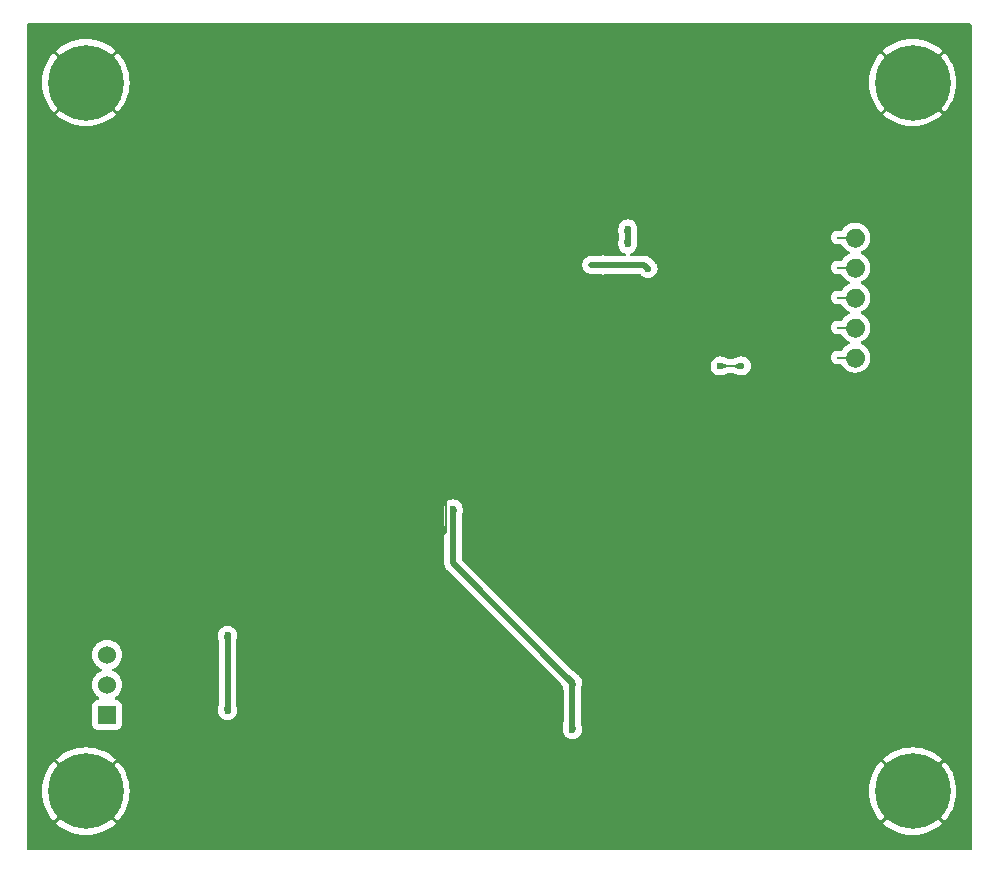
<source format=gbr>
%TF.GenerationSoftware,KiCad,Pcbnew,8.0.5*%
%TF.CreationDate,2024-10-11T16:07:05+03:00*%
%TF.ProjectId,test,74657374-2e6b-4696-9361-645f70636258,rev?*%
%TF.SameCoordinates,Original*%
%TF.FileFunction,Copper,L2,Bot*%
%TF.FilePolarity,Positive*%
%FSLAX46Y46*%
G04 Gerber Fmt 4.6, Leading zero omitted, Abs format (unit mm)*
G04 Created by KiCad (PCBNEW 8.0.5) date 2024-10-11 16:07:05*
%MOMM*%
%LPD*%
G01*
G04 APERTURE LIST*
%TA.AperFunction,EtchedComponent*%
%ADD10C,0.010000*%
%TD*%
%TA.AperFunction,ComponentPad*%
%ADD11C,0.800000*%
%TD*%
%TA.AperFunction,ComponentPad*%
%ADD12C,6.400000*%
%TD*%
%TA.AperFunction,ComponentPad*%
%ADD13C,1.530000*%
%TD*%
%TA.AperFunction,ComponentPad*%
%ADD14R,1.530000X1.530000*%
%TD*%
%TA.AperFunction,ComponentPad*%
%ADD15C,1.520000*%
%TD*%
%TA.AperFunction,ViaPad*%
%ADD16C,0.600000*%
%TD*%
%TA.AperFunction,Conductor*%
%ADD17C,0.500000*%
%TD*%
%TA.AperFunction,Conductor*%
%ADD18C,0.200000*%
%TD*%
G04 APERTURE END LIST*
D10*
%TO.C,J10*%
X70221500Y-17376500D02*
X70300500Y-17389500D01*
X70377500Y-17409500D01*
X70451500Y-17438500D01*
X70522500Y-17474500D01*
X70589500Y-17517500D01*
X70651500Y-17567500D01*
X70707500Y-17623500D01*
X70757500Y-17685500D01*
X70800500Y-17752500D01*
X70836500Y-17823500D01*
X70865500Y-17897500D01*
X70885500Y-17974500D01*
X70898500Y-18053500D01*
X70902500Y-18132500D01*
X70898500Y-18211500D01*
X70885500Y-18290500D01*
X70865500Y-18367500D01*
X70836500Y-18441500D01*
X70800500Y-18512500D01*
X70757500Y-18579500D01*
X70707500Y-18641500D01*
X70651500Y-18697500D01*
X70589500Y-18747500D01*
X70522500Y-18790500D01*
X70451500Y-18826500D01*
X70377500Y-18855500D01*
X70300500Y-18875500D01*
X70221500Y-18888500D01*
X70142500Y-18892500D01*
X70104500Y-18891500D01*
X70066500Y-18888500D01*
X70029500Y-18884500D01*
X69991500Y-18877500D01*
X69955500Y-18869500D01*
X69918500Y-18859500D01*
X69883500Y-18847500D01*
X69848500Y-18833500D01*
X69813500Y-18818500D01*
X69779500Y-18801500D01*
X69747500Y-18782500D01*
X69715500Y-18762500D01*
X69684500Y-18740500D01*
X69655500Y-18717500D01*
X69626500Y-18692500D01*
X69599500Y-18666500D01*
X69573500Y-18638500D01*
X69549500Y-18609500D01*
X69526500Y-18580500D01*
X69504500Y-18549500D01*
X69484500Y-18517500D01*
X69466500Y-18484500D01*
X69450500Y-18450500D01*
X69435500Y-18415500D01*
X69421500Y-18380500D01*
X69410500Y-18344500D01*
X69400500Y-18308500D01*
X69392500Y-18271500D01*
X69386500Y-18234500D01*
X69382500Y-18197500D01*
X68612500Y-18197500D01*
X68612500Y-18067500D01*
X69382500Y-18067500D01*
X69386500Y-18030500D01*
X69392500Y-17993500D01*
X69400500Y-17956500D01*
X69410500Y-17920500D01*
X69421500Y-17884500D01*
X69435500Y-17849500D01*
X69450500Y-17814500D01*
X69466500Y-17780500D01*
X69484500Y-17747500D01*
X69504500Y-17715500D01*
X69526500Y-17684500D01*
X69549500Y-17655500D01*
X69573500Y-17626500D01*
X69599500Y-17598500D01*
X69626500Y-17572500D01*
X69655500Y-17547500D01*
X69684500Y-17524500D01*
X69715500Y-17502500D01*
X69747500Y-17482500D01*
X69779500Y-17463500D01*
X69813500Y-17446500D01*
X69848500Y-17431500D01*
X69883500Y-17417500D01*
X69918500Y-17405500D01*
X69955500Y-17395500D01*
X69991500Y-17387500D01*
X70029500Y-17380500D01*
X70066500Y-17376500D01*
X70104500Y-17373500D01*
X70142500Y-17372500D01*
X70221500Y-17376500D01*
%TA.AperFunction,EtchedComponent*%
G36*
X70221500Y-17376500D02*
G01*
X70300500Y-17389500D01*
X70377500Y-17409500D01*
X70451500Y-17438500D01*
X70522500Y-17474500D01*
X70589500Y-17517500D01*
X70651500Y-17567500D01*
X70707500Y-17623500D01*
X70757500Y-17685500D01*
X70800500Y-17752500D01*
X70836500Y-17823500D01*
X70865500Y-17897500D01*
X70885500Y-17974500D01*
X70898500Y-18053500D01*
X70902500Y-18132500D01*
X70898500Y-18211500D01*
X70885500Y-18290500D01*
X70865500Y-18367500D01*
X70836500Y-18441500D01*
X70800500Y-18512500D01*
X70757500Y-18579500D01*
X70707500Y-18641500D01*
X70651500Y-18697500D01*
X70589500Y-18747500D01*
X70522500Y-18790500D01*
X70451500Y-18826500D01*
X70377500Y-18855500D01*
X70300500Y-18875500D01*
X70221500Y-18888500D01*
X70142500Y-18892500D01*
X70104500Y-18891500D01*
X70066500Y-18888500D01*
X70029500Y-18884500D01*
X69991500Y-18877500D01*
X69955500Y-18869500D01*
X69918500Y-18859500D01*
X69883500Y-18847500D01*
X69848500Y-18833500D01*
X69813500Y-18818500D01*
X69779500Y-18801500D01*
X69747500Y-18782500D01*
X69715500Y-18762500D01*
X69684500Y-18740500D01*
X69655500Y-18717500D01*
X69626500Y-18692500D01*
X69599500Y-18666500D01*
X69573500Y-18638500D01*
X69549500Y-18609500D01*
X69526500Y-18580500D01*
X69504500Y-18549500D01*
X69484500Y-18517500D01*
X69466500Y-18484500D01*
X69450500Y-18450500D01*
X69435500Y-18415500D01*
X69421500Y-18380500D01*
X69410500Y-18344500D01*
X69400500Y-18308500D01*
X69392500Y-18271500D01*
X69386500Y-18234500D01*
X69382500Y-18197500D01*
X68612500Y-18197500D01*
X68612500Y-18067500D01*
X69382500Y-18067500D01*
X69386500Y-18030500D01*
X69392500Y-17993500D01*
X69400500Y-17956500D01*
X69410500Y-17920500D01*
X69421500Y-17884500D01*
X69435500Y-17849500D01*
X69450500Y-17814500D01*
X69466500Y-17780500D01*
X69484500Y-17747500D01*
X69504500Y-17715500D01*
X69526500Y-17684500D01*
X69549500Y-17655500D01*
X69573500Y-17626500D01*
X69599500Y-17598500D01*
X69626500Y-17572500D01*
X69655500Y-17547500D01*
X69684500Y-17524500D01*
X69715500Y-17502500D01*
X69747500Y-17482500D01*
X69779500Y-17463500D01*
X69813500Y-17446500D01*
X69848500Y-17431500D01*
X69883500Y-17417500D01*
X69918500Y-17405500D01*
X69955500Y-17395500D01*
X69991500Y-17387500D01*
X70029500Y-17380500D01*
X70066500Y-17376500D01*
X70104500Y-17373500D01*
X70142500Y-17372500D01*
X70221500Y-17376500D01*
G37*
%TD.AperFunction*%
X70221500Y-19916500D02*
X70300500Y-19929500D01*
X70377500Y-19949500D01*
X70451500Y-19978500D01*
X70522500Y-20014500D01*
X70589500Y-20057500D01*
X70651500Y-20107500D01*
X70707500Y-20163500D01*
X70757500Y-20225500D01*
X70800500Y-20292500D01*
X70836500Y-20363500D01*
X70865500Y-20437500D01*
X70885500Y-20514500D01*
X70898500Y-20593500D01*
X70902500Y-20672500D01*
X70898500Y-20751500D01*
X70885500Y-20830500D01*
X70865500Y-20907500D01*
X70836500Y-20981500D01*
X70800500Y-21052500D01*
X70757500Y-21119500D01*
X70707500Y-21181500D01*
X70651500Y-21237500D01*
X70589500Y-21287500D01*
X70522500Y-21330500D01*
X70451500Y-21366500D01*
X70377500Y-21395500D01*
X70300500Y-21415500D01*
X70221500Y-21428500D01*
X70142500Y-21432500D01*
X70104500Y-21431500D01*
X70066500Y-21428500D01*
X70029500Y-21424500D01*
X69991500Y-21417500D01*
X69955500Y-21409500D01*
X69918500Y-21399500D01*
X69883500Y-21387500D01*
X69848500Y-21373500D01*
X69813500Y-21358500D01*
X69779500Y-21341500D01*
X69747500Y-21322500D01*
X69715500Y-21302500D01*
X69684500Y-21280500D01*
X69655500Y-21257500D01*
X69626500Y-21232500D01*
X69599500Y-21206500D01*
X69573500Y-21178500D01*
X69549500Y-21149500D01*
X69526500Y-21120500D01*
X69504500Y-21089500D01*
X69484500Y-21057500D01*
X69466500Y-21024500D01*
X69450500Y-20990500D01*
X69435500Y-20955500D01*
X69421500Y-20920500D01*
X69410500Y-20884500D01*
X69400500Y-20848500D01*
X69392500Y-20811500D01*
X69386500Y-20774500D01*
X69382500Y-20737500D01*
X68612500Y-20737500D01*
X68612500Y-20607500D01*
X69382500Y-20607500D01*
X69386500Y-20570500D01*
X69392500Y-20533500D01*
X69400500Y-20496500D01*
X69410500Y-20460500D01*
X69421500Y-20424500D01*
X69435500Y-20389500D01*
X69450500Y-20354500D01*
X69466500Y-20320500D01*
X69484500Y-20287500D01*
X69504500Y-20255500D01*
X69526500Y-20224500D01*
X69549500Y-20195500D01*
X69573500Y-20166500D01*
X69599500Y-20138500D01*
X69626500Y-20112500D01*
X69655500Y-20087500D01*
X69684500Y-20064500D01*
X69715500Y-20042500D01*
X69747500Y-20022500D01*
X69779500Y-20003500D01*
X69813500Y-19986500D01*
X69848500Y-19971500D01*
X69883500Y-19957500D01*
X69918500Y-19945500D01*
X69955500Y-19935500D01*
X69991500Y-19927500D01*
X70029500Y-19920500D01*
X70066500Y-19916500D01*
X70104500Y-19913500D01*
X70142500Y-19912500D01*
X70221500Y-19916500D01*
%TA.AperFunction,EtchedComponent*%
G36*
X70221500Y-19916500D02*
G01*
X70300500Y-19929500D01*
X70377500Y-19949500D01*
X70451500Y-19978500D01*
X70522500Y-20014500D01*
X70589500Y-20057500D01*
X70651500Y-20107500D01*
X70707500Y-20163500D01*
X70757500Y-20225500D01*
X70800500Y-20292500D01*
X70836500Y-20363500D01*
X70865500Y-20437500D01*
X70885500Y-20514500D01*
X70898500Y-20593500D01*
X70902500Y-20672500D01*
X70898500Y-20751500D01*
X70885500Y-20830500D01*
X70865500Y-20907500D01*
X70836500Y-20981500D01*
X70800500Y-21052500D01*
X70757500Y-21119500D01*
X70707500Y-21181500D01*
X70651500Y-21237500D01*
X70589500Y-21287500D01*
X70522500Y-21330500D01*
X70451500Y-21366500D01*
X70377500Y-21395500D01*
X70300500Y-21415500D01*
X70221500Y-21428500D01*
X70142500Y-21432500D01*
X70104500Y-21431500D01*
X70066500Y-21428500D01*
X70029500Y-21424500D01*
X69991500Y-21417500D01*
X69955500Y-21409500D01*
X69918500Y-21399500D01*
X69883500Y-21387500D01*
X69848500Y-21373500D01*
X69813500Y-21358500D01*
X69779500Y-21341500D01*
X69747500Y-21322500D01*
X69715500Y-21302500D01*
X69684500Y-21280500D01*
X69655500Y-21257500D01*
X69626500Y-21232500D01*
X69599500Y-21206500D01*
X69573500Y-21178500D01*
X69549500Y-21149500D01*
X69526500Y-21120500D01*
X69504500Y-21089500D01*
X69484500Y-21057500D01*
X69466500Y-21024500D01*
X69450500Y-20990500D01*
X69435500Y-20955500D01*
X69421500Y-20920500D01*
X69410500Y-20884500D01*
X69400500Y-20848500D01*
X69392500Y-20811500D01*
X69386500Y-20774500D01*
X69382500Y-20737500D01*
X68612500Y-20737500D01*
X68612500Y-20607500D01*
X69382500Y-20607500D01*
X69386500Y-20570500D01*
X69392500Y-20533500D01*
X69400500Y-20496500D01*
X69410500Y-20460500D01*
X69421500Y-20424500D01*
X69435500Y-20389500D01*
X69450500Y-20354500D01*
X69466500Y-20320500D01*
X69484500Y-20287500D01*
X69504500Y-20255500D01*
X69526500Y-20224500D01*
X69549500Y-20195500D01*
X69573500Y-20166500D01*
X69599500Y-20138500D01*
X69626500Y-20112500D01*
X69655500Y-20087500D01*
X69684500Y-20064500D01*
X69715500Y-20042500D01*
X69747500Y-20022500D01*
X69779500Y-20003500D01*
X69813500Y-19986500D01*
X69848500Y-19971500D01*
X69883500Y-19957500D01*
X69918500Y-19945500D01*
X69955500Y-19935500D01*
X69991500Y-19927500D01*
X70029500Y-19920500D01*
X70066500Y-19916500D01*
X70104500Y-19913500D01*
X70142500Y-19912500D01*
X70221500Y-19916500D01*
G37*
%TD.AperFunction*%
X70221500Y-22456500D02*
X70300500Y-22469500D01*
X70377500Y-22489500D01*
X70451500Y-22518500D01*
X70522500Y-22554500D01*
X70589500Y-22597500D01*
X70651500Y-22647500D01*
X70707500Y-22703500D01*
X70757500Y-22765500D01*
X70800500Y-22832500D01*
X70836500Y-22903500D01*
X70865500Y-22977500D01*
X70885500Y-23054500D01*
X70898500Y-23133500D01*
X70902500Y-23212500D01*
X70898500Y-23291500D01*
X70885500Y-23370500D01*
X70865500Y-23447500D01*
X70836500Y-23521500D01*
X70800500Y-23592500D01*
X70757500Y-23659500D01*
X70707500Y-23721500D01*
X70651500Y-23777500D01*
X70589500Y-23827500D01*
X70522500Y-23870500D01*
X70451500Y-23906500D01*
X70377500Y-23935500D01*
X70300500Y-23955500D01*
X70221500Y-23968500D01*
X70142500Y-23972500D01*
X70104500Y-23971500D01*
X70066500Y-23968500D01*
X70029500Y-23964500D01*
X69991500Y-23957500D01*
X69955500Y-23949500D01*
X69918500Y-23939500D01*
X69883500Y-23927500D01*
X69848500Y-23913500D01*
X69813500Y-23898500D01*
X69779500Y-23881500D01*
X69747500Y-23862500D01*
X69715500Y-23842500D01*
X69684500Y-23820500D01*
X69655500Y-23797500D01*
X69626500Y-23772500D01*
X69599500Y-23746500D01*
X69573500Y-23718500D01*
X69549500Y-23689500D01*
X69526500Y-23660500D01*
X69504500Y-23629500D01*
X69484500Y-23597500D01*
X69466500Y-23564500D01*
X69450500Y-23530500D01*
X69435500Y-23495500D01*
X69421500Y-23460500D01*
X69410500Y-23424500D01*
X69400500Y-23388500D01*
X69392500Y-23351500D01*
X69386500Y-23314500D01*
X69382500Y-23277500D01*
X68612500Y-23277500D01*
X68612500Y-23147500D01*
X69382500Y-23147500D01*
X69386500Y-23110500D01*
X69392500Y-23073500D01*
X69400500Y-23036500D01*
X69410500Y-23000500D01*
X69421500Y-22964500D01*
X69435500Y-22929500D01*
X69450500Y-22894500D01*
X69466500Y-22860500D01*
X69484500Y-22827500D01*
X69504500Y-22795500D01*
X69526500Y-22764500D01*
X69549500Y-22735500D01*
X69573500Y-22706500D01*
X69599500Y-22678500D01*
X69626500Y-22652500D01*
X69655500Y-22627500D01*
X69684500Y-22604500D01*
X69715500Y-22582500D01*
X69747500Y-22562500D01*
X69779500Y-22543500D01*
X69813500Y-22526500D01*
X69848500Y-22511500D01*
X69883500Y-22497500D01*
X69918500Y-22485500D01*
X69955500Y-22475500D01*
X69991500Y-22467500D01*
X70029500Y-22460500D01*
X70066500Y-22456500D01*
X70104500Y-22453500D01*
X70142500Y-22452500D01*
X70221500Y-22456500D01*
%TA.AperFunction,EtchedComponent*%
G36*
X70221500Y-22456500D02*
G01*
X70300500Y-22469500D01*
X70377500Y-22489500D01*
X70451500Y-22518500D01*
X70522500Y-22554500D01*
X70589500Y-22597500D01*
X70651500Y-22647500D01*
X70707500Y-22703500D01*
X70757500Y-22765500D01*
X70800500Y-22832500D01*
X70836500Y-22903500D01*
X70865500Y-22977500D01*
X70885500Y-23054500D01*
X70898500Y-23133500D01*
X70902500Y-23212500D01*
X70898500Y-23291500D01*
X70885500Y-23370500D01*
X70865500Y-23447500D01*
X70836500Y-23521500D01*
X70800500Y-23592500D01*
X70757500Y-23659500D01*
X70707500Y-23721500D01*
X70651500Y-23777500D01*
X70589500Y-23827500D01*
X70522500Y-23870500D01*
X70451500Y-23906500D01*
X70377500Y-23935500D01*
X70300500Y-23955500D01*
X70221500Y-23968500D01*
X70142500Y-23972500D01*
X70104500Y-23971500D01*
X70066500Y-23968500D01*
X70029500Y-23964500D01*
X69991500Y-23957500D01*
X69955500Y-23949500D01*
X69918500Y-23939500D01*
X69883500Y-23927500D01*
X69848500Y-23913500D01*
X69813500Y-23898500D01*
X69779500Y-23881500D01*
X69747500Y-23862500D01*
X69715500Y-23842500D01*
X69684500Y-23820500D01*
X69655500Y-23797500D01*
X69626500Y-23772500D01*
X69599500Y-23746500D01*
X69573500Y-23718500D01*
X69549500Y-23689500D01*
X69526500Y-23660500D01*
X69504500Y-23629500D01*
X69484500Y-23597500D01*
X69466500Y-23564500D01*
X69450500Y-23530500D01*
X69435500Y-23495500D01*
X69421500Y-23460500D01*
X69410500Y-23424500D01*
X69400500Y-23388500D01*
X69392500Y-23351500D01*
X69386500Y-23314500D01*
X69382500Y-23277500D01*
X68612500Y-23277500D01*
X68612500Y-23147500D01*
X69382500Y-23147500D01*
X69386500Y-23110500D01*
X69392500Y-23073500D01*
X69400500Y-23036500D01*
X69410500Y-23000500D01*
X69421500Y-22964500D01*
X69435500Y-22929500D01*
X69450500Y-22894500D01*
X69466500Y-22860500D01*
X69484500Y-22827500D01*
X69504500Y-22795500D01*
X69526500Y-22764500D01*
X69549500Y-22735500D01*
X69573500Y-22706500D01*
X69599500Y-22678500D01*
X69626500Y-22652500D01*
X69655500Y-22627500D01*
X69684500Y-22604500D01*
X69715500Y-22582500D01*
X69747500Y-22562500D01*
X69779500Y-22543500D01*
X69813500Y-22526500D01*
X69848500Y-22511500D01*
X69883500Y-22497500D01*
X69918500Y-22485500D01*
X69955500Y-22475500D01*
X69991500Y-22467500D01*
X70029500Y-22460500D01*
X70066500Y-22456500D01*
X70104500Y-22453500D01*
X70142500Y-22452500D01*
X70221500Y-22456500D01*
G37*
%TD.AperFunction*%
X70221500Y-24996500D02*
X70300500Y-25009500D01*
X70377500Y-25029500D01*
X70451500Y-25058500D01*
X70522500Y-25094500D01*
X70589500Y-25137500D01*
X70651500Y-25187500D01*
X70707500Y-25243500D01*
X70757500Y-25305500D01*
X70800500Y-25372500D01*
X70836500Y-25443500D01*
X70865500Y-25517500D01*
X70885500Y-25594500D01*
X70898500Y-25673500D01*
X70902500Y-25752500D01*
X70898500Y-25831500D01*
X70885500Y-25910500D01*
X70865500Y-25987500D01*
X70836500Y-26061500D01*
X70800500Y-26132500D01*
X70757500Y-26199500D01*
X70707500Y-26261500D01*
X70651500Y-26317500D01*
X70589500Y-26367500D01*
X70522500Y-26410500D01*
X70451500Y-26446500D01*
X70377500Y-26475500D01*
X70300500Y-26495500D01*
X70221500Y-26508500D01*
X70142500Y-26512500D01*
X70104500Y-26511500D01*
X70066500Y-26508500D01*
X70029500Y-26504500D01*
X69991500Y-26497500D01*
X69955500Y-26489500D01*
X69918500Y-26479500D01*
X69883500Y-26467500D01*
X69848500Y-26453500D01*
X69813500Y-26438500D01*
X69779500Y-26421500D01*
X69747500Y-26402500D01*
X69715500Y-26382500D01*
X69684500Y-26360500D01*
X69655500Y-26337500D01*
X69626500Y-26312500D01*
X69599500Y-26286500D01*
X69573500Y-26258500D01*
X69549500Y-26229500D01*
X69526500Y-26200500D01*
X69504500Y-26169500D01*
X69484500Y-26137500D01*
X69466500Y-26104500D01*
X69450500Y-26070500D01*
X69435500Y-26035500D01*
X69421500Y-26000500D01*
X69410500Y-25964500D01*
X69400500Y-25928500D01*
X69392500Y-25891500D01*
X69386500Y-25854500D01*
X69382500Y-25817500D01*
X68612500Y-25817500D01*
X68612500Y-25687500D01*
X69382500Y-25687500D01*
X69386500Y-25650500D01*
X69392500Y-25613500D01*
X69400500Y-25576500D01*
X69410500Y-25540500D01*
X69421500Y-25504500D01*
X69435500Y-25469500D01*
X69450500Y-25434500D01*
X69466500Y-25400500D01*
X69484500Y-25367500D01*
X69504500Y-25335500D01*
X69526500Y-25304500D01*
X69549500Y-25275500D01*
X69573500Y-25246500D01*
X69599500Y-25218500D01*
X69626500Y-25192500D01*
X69655500Y-25167500D01*
X69684500Y-25144500D01*
X69715500Y-25122500D01*
X69747500Y-25102500D01*
X69779500Y-25083500D01*
X69813500Y-25066500D01*
X69848500Y-25051500D01*
X69883500Y-25037500D01*
X69918500Y-25025500D01*
X69955500Y-25015500D01*
X69991500Y-25007500D01*
X70029500Y-25000500D01*
X70066500Y-24996500D01*
X70104500Y-24993500D01*
X70142500Y-24992500D01*
X70221500Y-24996500D01*
%TA.AperFunction,EtchedComponent*%
G36*
X70221500Y-24996500D02*
G01*
X70300500Y-25009500D01*
X70377500Y-25029500D01*
X70451500Y-25058500D01*
X70522500Y-25094500D01*
X70589500Y-25137500D01*
X70651500Y-25187500D01*
X70707500Y-25243500D01*
X70757500Y-25305500D01*
X70800500Y-25372500D01*
X70836500Y-25443500D01*
X70865500Y-25517500D01*
X70885500Y-25594500D01*
X70898500Y-25673500D01*
X70902500Y-25752500D01*
X70898500Y-25831500D01*
X70885500Y-25910500D01*
X70865500Y-25987500D01*
X70836500Y-26061500D01*
X70800500Y-26132500D01*
X70757500Y-26199500D01*
X70707500Y-26261500D01*
X70651500Y-26317500D01*
X70589500Y-26367500D01*
X70522500Y-26410500D01*
X70451500Y-26446500D01*
X70377500Y-26475500D01*
X70300500Y-26495500D01*
X70221500Y-26508500D01*
X70142500Y-26512500D01*
X70104500Y-26511500D01*
X70066500Y-26508500D01*
X70029500Y-26504500D01*
X69991500Y-26497500D01*
X69955500Y-26489500D01*
X69918500Y-26479500D01*
X69883500Y-26467500D01*
X69848500Y-26453500D01*
X69813500Y-26438500D01*
X69779500Y-26421500D01*
X69747500Y-26402500D01*
X69715500Y-26382500D01*
X69684500Y-26360500D01*
X69655500Y-26337500D01*
X69626500Y-26312500D01*
X69599500Y-26286500D01*
X69573500Y-26258500D01*
X69549500Y-26229500D01*
X69526500Y-26200500D01*
X69504500Y-26169500D01*
X69484500Y-26137500D01*
X69466500Y-26104500D01*
X69450500Y-26070500D01*
X69435500Y-26035500D01*
X69421500Y-26000500D01*
X69410500Y-25964500D01*
X69400500Y-25928500D01*
X69392500Y-25891500D01*
X69386500Y-25854500D01*
X69382500Y-25817500D01*
X68612500Y-25817500D01*
X68612500Y-25687500D01*
X69382500Y-25687500D01*
X69386500Y-25650500D01*
X69392500Y-25613500D01*
X69400500Y-25576500D01*
X69410500Y-25540500D01*
X69421500Y-25504500D01*
X69435500Y-25469500D01*
X69450500Y-25434500D01*
X69466500Y-25400500D01*
X69484500Y-25367500D01*
X69504500Y-25335500D01*
X69526500Y-25304500D01*
X69549500Y-25275500D01*
X69573500Y-25246500D01*
X69599500Y-25218500D01*
X69626500Y-25192500D01*
X69655500Y-25167500D01*
X69684500Y-25144500D01*
X69715500Y-25122500D01*
X69747500Y-25102500D01*
X69779500Y-25083500D01*
X69813500Y-25066500D01*
X69848500Y-25051500D01*
X69883500Y-25037500D01*
X69918500Y-25025500D01*
X69955500Y-25015500D01*
X69991500Y-25007500D01*
X70029500Y-25000500D01*
X70066500Y-24996500D01*
X70104500Y-24993500D01*
X70142500Y-24992500D01*
X70221500Y-24996500D01*
G37*
%TD.AperFunction*%
X70221500Y-27536500D02*
X70300500Y-27549500D01*
X70377500Y-27569500D01*
X70451500Y-27598500D01*
X70522500Y-27634500D01*
X70589500Y-27677500D01*
X70651500Y-27727500D01*
X70707500Y-27783500D01*
X70757500Y-27845500D01*
X70800500Y-27912500D01*
X70836500Y-27983500D01*
X70865500Y-28057500D01*
X70885500Y-28134500D01*
X70898500Y-28213500D01*
X70902500Y-28292500D01*
X70898500Y-28371500D01*
X70885500Y-28450500D01*
X70865500Y-28527500D01*
X70836500Y-28601500D01*
X70800500Y-28672500D01*
X70757500Y-28739500D01*
X70707500Y-28801500D01*
X70651500Y-28857500D01*
X70589500Y-28907500D01*
X70522500Y-28950500D01*
X70451500Y-28986500D01*
X70377500Y-29015500D01*
X70300500Y-29035500D01*
X70221500Y-29048500D01*
X70142500Y-29052500D01*
X70104500Y-29051500D01*
X70066500Y-29048500D01*
X70029500Y-29044500D01*
X69991500Y-29037500D01*
X69955500Y-29029500D01*
X69918500Y-29019500D01*
X69883500Y-29007500D01*
X69848500Y-28993500D01*
X69813500Y-28978500D01*
X69779500Y-28961500D01*
X69747500Y-28942500D01*
X69715500Y-28922500D01*
X69684500Y-28900500D01*
X69655500Y-28877500D01*
X69626500Y-28852500D01*
X69599500Y-28826500D01*
X69573500Y-28798500D01*
X69549500Y-28769500D01*
X69526500Y-28740500D01*
X69504500Y-28709500D01*
X69484500Y-28677500D01*
X69466500Y-28644500D01*
X69450500Y-28610500D01*
X69435500Y-28575500D01*
X69421500Y-28540500D01*
X69410500Y-28504500D01*
X69400500Y-28468500D01*
X69392500Y-28431500D01*
X69386500Y-28394500D01*
X69382500Y-28357500D01*
X68612500Y-28357500D01*
X68612500Y-28227500D01*
X69382500Y-28227500D01*
X69386500Y-28190500D01*
X69392500Y-28153500D01*
X69400500Y-28116500D01*
X69410500Y-28080500D01*
X69421500Y-28044500D01*
X69435500Y-28009500D01*
X69450500Y-27974500D01*
X69466500Y-27940500D01*
X69484500Y-27907500D01*
X69504500Y-27875500D01*
X69526500Y-27844500D01*
X69549500Y-27815500D01*
X69573500Y-27786500D01*
X69599500Y-27758500D01*
X69626500Y-27732500D01*
X69655500Y-27707500D01*
X69684500Y-27684500D01*
X69715500Y-27662500D01*
X69747500Y-27642500D01*
X69779500Y-27623500D01*
X69813500Y-27606500D01*
X69848500Y-27591500D01*
X69883500Y-27577500D01*
X69918500Y-27565500D01*
X69955500Y-27555500D01*
X69991500Y-27547500D01*
X70029500Y-27540500D01*
X70066500Y-27536500D01*
X70104500Y-27533500D01*
X70142500Y-27532500D01*
X70221500Y-27536500D01*
%TA.AperFunction,EtchedComponent*%
G36*
X70221500Y-27536500D02*
G01*
X70300500Y-27549500D01*
X70377500Y-27569500D01*
X70451500Y-27598500D01*
X70522500Y-27634500D01*
X70589500Y-27677500D01*
X70651500Y-27727500D01*
X70707500Y-27783500D01*
X70757500Y-27845500D01*
X70800500Y-27912500D01*
X70836500Y-27983500D01*
X70865500Y-28057500D01*
X70885500Y-28134500D01*
X70898500Y-28213500D01*
X70902500Y-28292500D01*
X70898500Y-28371500D01*
X70885500Y-28450500D01*
X70865500Y-28527500D01*
X70836500Y-28601500D01*
X70800500Y-28672500D01*
X70757500Y-28739500D01*
X70707500Y-28801500D01*
X70651500Y-28857500D01*
X70589500Y-28907500D01*
X70522500Y-28950500D01*
X70451500Y-28986500D01*
X70377500Y-29015500D01*
X70300500Y-29035500D01*
X70221500Y-29048500D01*
X70142500Y-29052500D01*
X70104500Y-29051500D01*
X70066500Y-29048500D01*
X70029500Y-29044500D01*
X69991500Y-29037500D01*
X69955500Y-29029500D01*
X69918500Y-29019500D01*
X69883500Y-29007500D01*
X69848500Y-28993500D01*
X69813500Y-28978500D01*
X69779500Y-28961500D01*
X69747500Y-28942500D01*
X69715500Y-28922500D01*
X69684500Y-28900500D01*
X69655500Y-28877500D01*
X69626500Y-28852500D01*
X69599500Y-28826500D01*
X69573500Y-28798500D01*
X69549500Y-28769500D01*
X69526500Y-28740500D01*
X69504500Y-28709500D01*
X69484500Y-28677500D01*
X69466500Y-28644500D01*
X69450500Y-28610500D01*
X69435500Y-28575500D01*
X69421500Y-28540500D01*
X69410500Y-28504500D01*
X69400500Y-28468500D01*
X69392500Y-28431500D01*
X69386500Y-28394500D01*
X69382500Y-28357500D01*
X68612500Y-28357500D01*
X68612500Y-28227500D01*
X69382500Y-28227500D01*
X69386500Y-28190500D01*
X69392500Y-28153500D01*
X69400500Y-28116500D01*
X69410500Y-28080500D01*
X69421500Y-28044500D01*
X69435500Y-28009500D01*
X69450500Y-27974500D01*
X69466500Y-27940500D01*
X69484500Y-27907500D01*
X69504500Y-27875500D01*
X69526500Y-27844500D01*
X69549500Y-27815500D01*
X69573500Y-27786500D01*
X69599500Y-27758500D01*
X69626500Y-27732500D01*
X69655500Y-27707500D01*
X69684500Y-27684500D01*
X69715500Y-27662500D01*
X69747500Y-27642500D01*
X69779500Y-27623500D01*
X69813500Y-27606500D01*
X69848500Y-27591500D01*
X69883500Y-27577500D01*
X69918500Y-27565500D01*
X69955500Y-27555500D01*
X69991500Y-27547500D01*
X70029500Y-27540500D01*
X70066500Y-27536500D01*
X70104500Y-27533500D01*
X70142500Y-27532500D01*
X70221500Y-27536500D01*
G37*
%TD.AperFunction*%
%TD*%
D11*
%TO.P,J14,1,Pin_1*%
%TO.N,GND*%
X72600000Y-65000000D03*
X73302944Y-63302944D03*
X73302944Y-66697056D03*
X75000000Y-62600000D03*
D12*
X75000000Y-65000000D03*
D11*
X75000000Y-67400000D03*
X76697056Y-63302944D03*
X76697056Y-66697056D03*
X77400000Y-65000000D03*
%TD*%
%TO.P,J13,1,Pin_1*%
%TO.N,GND*%
X72600000Y-5000000D03*
X73302944Y-3302944D03*
X73302944Y-6697056D03*
X75000000Y-2600000D03*
D12*
X75000000Y-5000000D03*
D11*
X75000000Y-7400000D03*
X76697056Y-3302944D03*
X76697056Y-6697056D03*
X77400000Y-5000000D03*
%TD*%
%TO.P,J12,1,Pin_1*%
%TO.N,GND*%
X2600000Y-65000000D03*
X3302944Y-63302944D03*
X3302944Y-66697056D03*
X5000000Y-62600000D03*
D12*
X5000000Y-65000000D03*
D11*
X5000000Y-67400000D03*
X6697056Y-63302944D03*
X6697056Y-66697056D03*
X7400000Y-65000000D03*
%TD*%
%TO.P,J11,1,Pin_1*%
%TO.N,GND*%
X2600000Y-5000000D03*
X3302944Y-3302944D03*
X3302944Y-6697056D03*
X5000000Y-2600000D03*
D12*
X5000000Y-5000000D03*
D11*
X5000000Y-7400000D03*
X6697056Y-3302944D03*
X6697056Y-6697056D03*
X7400000Y-5000000D03*
%TD*%
D13*
%TO.P,J9,03,03*%
%TO.N,Net-(J9-Pad03)*%
X6800000Y-53460000D03*
%TO.P,J9,02,02*%
%TO.N,Net-(U3-VIN-)*%
X6800000Y-56000000D03*
D14*
%TO.P,J9,01,01*%
%TO.N,Net-(U3-VIN+)*%
X6800000Y-58540000D03*
%TD*%
D15*
%TO.P,J10,01,01*%
%TO.N,Net-(U13-SCLK)*%
X70142500Y-18132500D03*
%TO.P,J10,02,02*%
%TO.N,Net-(U13-DOUT{slash}nDRDY)*%
X70142500Y-20672500D03*
%TO.P,J10,03,03*%
%TO.N,Net-(U13-CLK)*%
X70142500Y-23212500D03*
%TO.P,J10,04,04*%
%TO.N,+5VD*%
X70142500Y-25752500D03*
%TO.P,J10,05,05*%
%TO.N,Earth*%
X70142500Y-28292500D03*
%TD*%
D16*
%TO.N,GND*%
X48500000Y-48000000D03*
X54400000Y-46700000D03*
X57300000Y-41600000D03*
X30500000Y-50000000D03*
X20600000Y-58100000D03*
X20000000Y-49300000D03*
X35300000Y-43000000D03*
X34700000Y-30300000D03*
X32900000Y-21800000D03*
X39700000Y-16100000D03*
X40400000Y-10700000D03*
%TO.N,Earth*%
X58700000Y-29000000D03*
X60500000Y-29000000D03*
%TO.N,-2.5VA*%
X52600000Y-20750000D03*
X36100000Y-41100000D03*
X46200000Y-55800000D03*
X46200000Y-59800000D03*
X17000000Y-51800000D03*
X17000000Y-58200000D03*
%TO.N,+2.5VA*%
X50900000Y-17395000D03*
X50900000Y-18700000D03*
%TO.N,-2.5VA*%
X48800000Y-20450000D03*
%TD*%
D17*
%TO.N,-2.5VA*%
X52300000Y-20450000D02*
X47800000Y-20450000D01*
X52350000Y-20500000D02*
X52300000Y-20450000D01*
X52600000Y-20750000D02*
X52350000Y-20500000D01*
D18*
%TO.N,GND*%
X40400000Y-10700000D02*
X40400000Y-14100000D01*
X49800000Y-46700000D02*
X48500000Y-48000000D01*
X54400000Y-46700000D02*
X49800000Y-46700000D01*
X57300000Y-44000000D02*
X54600000Y-46700000D01*
X54600000Y-46700000D02*
X54400000Y-46700000D01*
X57300000Y-41600000D02*
X57300000Y-44000000D01*
X29550000Y-49050000D02*
X29550000Y-48750000D01*
X29550000Y-48750000D02*
X35300000Y-43000000D01*
X30500000Y-50000000D02*
X29550000Y-49050000D01*
X29000000Y-49300000D02*
X29550000Y-48750000D01*
X20600000Y-49300000D02*
X20600000Y-58100000D01*
X20600000Y-49300000D02*
X29000000Y-49300000D01*
X20000000Y-49300000D02*
X20600000Y-49300000D01*
X35500000Y-42800000D02*
X35300000Y-43000000D01*
X35500000Y-32300000D02*
X35500000Y-42800000D01*
X34650000Y-31450000D02*
X35500000Y-32300000D01*
X34650000Y-29700000D02*
X34650000Y-31450000D01*
X34650000Y-29700000D02*
X34650000Y-30250000D01*
X34650000Y-19850000D02*
X34650000Y-29700000D01*
X34650000Y-30250000D02*
X34700000Y-30300000D01*
X34700000Y-19800000D02*
X34650000Y-19850000D01*
X34700000Y-19800000D02*
X32900000Y-21600000D01*
X40400000Y-14100000D02*
X34700000Y-19800000D01*
X32900000Y-21600000D02*
X32900000Y-21800000D01*
X40400000Y-14100000D02*
X40400000Y-15400000D01*
X40400000Y-15400000D02*
X39700000Y-16100000D01*
%TO.N,Earth*%
X60500000Y-29000000D02*
X58700000Y-29000000D01*
D17*
%TO.N,-2.5VA*%
X36100000Y-41100000D02*
X36100000Y-45700000D01*
X36100000Y-45700000D02*
X46200000Y-55800000D01*
X46200000Y-59800000D02*
X46200000Y-55800000D01*
X17000000Y-51800000D02*
X17000000Y-58200000D01*
%TO.N,+2.5VA*%
X50900000Y-18700000D02*
X50900000Y-17395000D01*
%TD*%
%TA.AperFunction,Conductor*%
%TO.N,GND*%
G36*
X79943039Y-19685D02*
G01*
X79988794Y-72489D01*
X80000000Y-124000D01*
X80000000Y-69876000D01*
X79980315Y-69943039D01*
X79927511Y-69988794D01*
X79876000Y-70000000D01*
X124000Y-70000000D01*
X56961Y-69980315D01*
X11206Y-69927511D01*
X0Y-69876000D01*
X0Y-64999999D01*
X1294922Y-64999999D01*
X1294922Y-65000000D01*
X1315219Y-65387287D01*
X1375886Y-65770323D01*
X1375887Y-65770330D01*
X1476262Y-66144936D01*
X1615244Y-66506994D01*
X1791310Y-66852543D01*
X2002523Y-67177783D01*
X2002525Y-67177785D01*
X2246586Y-67479176D01*
X2246593Y-67479184D01*
X2295316Y-67527907D01*
X3780240Y-66042982D01*
X3957017Y-66219759D01*
X2472093Y-67704684D01*
X2520815Y-67753406D01*
X2520823Y-67753413D01*
X2822214Y-67997474D01*
X2822216Y-67997476D01*
X3147456Y-68208689D01*
X3493005Y-68384755D01*
X3855063Y-68523737D01*
X4229669Y-68624112D01*
X4229676Y-68624113D01*
X4612712Y-68684780D01*
X4999999Y-68705078D01*
X5000001Y-68705078D01*
X5387287Y-68684780D01*
X5770323Y-68624113D01*
X5770330Y-68624112D01*
X6144936Y-68523737D01*
X6506994Y-68384755D01*
X6852543Y-68208689D01*
X7177783Y-67997476D01*
X7177785Y-67997474D01*
X7479176Y-67753413D01*
X7479184Y-67753406D01*
X7527907Y-67704684D01*
X6042982Y-66219759D01*
X6219759Y-66042982D01*
X7704684Y-67527907D01*
X7753406Y-67479184D01*
X7753413Y-67479176D01*
X7997474Y-67177785D01*
X7997476Y-67177783D01*
X8208689Y-66852543D01*
X8384755Y-66506994D01*
X8523737Y-66144936D01*
X8624112Y-65770330D01*
X8624113Y-65770323D01*
X8684780Y-65387287D01*
X8705078Y-65000000D01*
X8705078Y-64999999D01*
X71294922Y-64999999D01*
X71294922Y-65000000D01*
X71315219Y-65387287D01*
X71375886Y-65770323D01*
X71375887Y-65770330D01*
X71476262Y-66144936D01*
X71615244Y-66506994D01*
X71791310Y-66852543D01*
X72002523Y-67177783D01*
X72002525Y-67177785D01*
X72246586Y-67479176D01*
X72246593Y-67479184D01*
X72295316Y-67527907D01*
X73780240Y-66042982D01*
X73957017Y-66219759D01*
X72472093Y-67704684D01*
X72520815Y-67753406D01*
X72520823Y-67753413D01*
X72822214Y-67997474D01*
X72822216Y-67997476D01*
X73147456Y-68208689D01*
X73493005Y-68384755D01*
X73855063Y-68523737D01*
X74229669Y-68624112D01*
X74229676Y-68624113D01*
X74612712Y-68684780D01*
X74999999Y-68705078D01*
X75000001Y-68705078D01*
X75387287Y-68684780D01*
X75770323Y-68624113D01*
X75770330Y-68624112D01*
X76144936Y-68523737D01*
X76506994Y-68384755D01*
X76852543Y-68208689D01*
X77177783Y-67997476D01*
X77177785Y-67997474D01*
X77479176Y-67753413D01*
X77479184Y-67753406D01*
X77527907Y-67704684D01*
X76042982Y-66219759D01*
X76219759Y-66042982D01*
X77704684Y-67527907D01*
X77753406Y-67479184D01*
X77753413Y-67479176D01*
X77997474Y-67177785D01*
X77997476Y-67177783D01*
X78208689Y-66852543D01*
X78384755Y-66506994D01*
X78523737Y-66144936D01*
X78624112Y-65770330D01*
X78624113Y-65770323D01*
X78684780Y-65387287D01*
X78705078Y-65000000D01*
X78705078Y-64999999D01*
X78684780Y-64612712D01*
X78624113Y-64229676D01*
X78624112Y-64229669D01*
X78523737Y-63855063D01*
X78384755Y-63493005D01*
X78208689Y-63147456D01*
X77997476Y-62822216D01*
X77997474Y-62822214D01*
X77753413Y-62520823D01*
X77753406Y-62520815D01*
X77704684Y-62472093D01*
X76219759Y-63957017D01*
X76042982Y-63780240D01*
X77527907Y-62295316D01*
X77479184Y-62246593D01*
X77479176Y-62246586D01*
X77177785Y-62002525D01*
X77177783Y-62002523D01*
X76852543Y-61791310D01*
X76506994Y-61615244D01*
X76144936Y-61476262D01*
X75770330Y-61375887D01*
X75770323Y-61375886D01*
X75387287Y-61315219D01*
X75000001Y-61294922D01*
X74999999Y-61294922D01*
X74612712Y-61315219D01*
X74229676Y-61375886D01*
X74229669Y-61375887D01*
X73855063Y-61476262D01*
X73493005Y-61615244D01*
X73147456Y-61791310D01*
X72822216Y-62002523D01*
X72822214Y-62002525D01*
X72520823Y-62246586D01*
X72520815Y-62246593D01*
X72472093Y-62295316D01*
X73957017Y-63780240D01*
X73780240Y-63957017D01*
X72295316Y-62472093D01*
X72246593Y-62520815D01*
X72246586Y-62520823D01*
X72002525Y-62822214D01*
X72002523Y-62822216D01*
X71791310Y-63147456D01*
X71615244Y-63493005D01*
X71476262Y-63855063D01*
X71375887Y-64229669D01*
X71375886Y-64229676D01*
X71315219Y-64612712D01*
X71294922Y-64999999D01*
X8705078Y-64999999D01*
X8684780Y-64612712D01*
X8624113Y-64229676D01*
X8624112Y-64229669D01*
X8523737Y-63855063D01*
X8384755Y-63493005D01*
X8208689Y-63147456D01*
X7997476Y-62822216D01*
X7997474Y-62822214D01*
X7753413Y-62520823D01*
X7753406Y-62520815D01*
X7704684Y-62472093D01*
X6219759Y-63957017D01*
X6042982Y-63780240D01*
X7527907Y-62295316D01*
X7479184Y-62246593D01*
X7479176Y-62246586D01*
X7177785Y-62002525D01*
X7177783Y-62002523D01*
X6852543Y-61791310D01*
X6506994Y-61615244D01*
X6144936Y-61476262D01*
X5770330Y-61375887D01*
X5770323Y-61375886D01*
X5387287Y-61315219D01*
X5000001Y-61294922D01*
X4999999Y-61294922D01*
X4612712Y-61315219D01*
X4229676Y-61375886D01*
X4229669Y-61375887D01*
X3855063Y-61476262D01*
X3493005Y-61615244D01*
X3147456Y-61791310D01*
X2822216Y-62002523D01*
X2822214Y-62002525D01*
X2520823Y-62246586D01*
X2520815Y-62246593D01*
X2472093Y-62295316D01*
X3957017Y-63780240D01*
X3780240Y-63957017D01*
X2295316Y-62472093D01*
X2246593Y-62520815D01*
X2246586Y-62520823D01*
X2002525Y-62822214D01*
X2002523Y-62822216D01*
X1791310Y-63147456D01*
X1615244Y-63493005D01*
X1476262Y-63855063D01*
X1375887Y-64229669D01*
X1375886Y-64229676D01*
X1315219Y-64612712D01*
X1294922Y-64999999D01*
X0Y-64999999D01*
X0Y-53459998D01*
X5529666Y-53459998D01*
X5529666Y-53460001D01*
X5548964Y-53680585D01*
X5548965Y-53680592D01*
X5606275Y-53894475D01*
X5606279Y-53894486D01*
X5699856Y-54095163D01*
X5699858Y-54095167D01*
X5826868Y-54276555D01*
X5983445Y-54433132D01*
X6164833Y-54560142D01*
X6226828Y-54589050D01*
X6288091Y-54617618D01*
X6340531Y-54663790D01*
X6359683Y-54730983D01*
X6339467Y-54797865D01*
X6288091Y-54842382D01*
X6164836Y-54899856D01*
X6164834Y-54899857D01*
X5983444Y-55026868D01*
X5826868Y-55183444D01*
X5699857Y-55364834D01*
X5699856Y-55364836D01*
X5606279Y-55565513D01*
X5606275Y-55565524D01*
X5548965Y-55779407D01*
X5548964Y-55779414D01*
X5529666Y-55999998D01*
X5529666Y-56000001D01*
X5548964Y-56220585D01*
X5548965Y-56220592D01*
X5606275Y-56434475D01*
X5606279Y-56434486D01*
X5624734Y-56474062D01*
X5699858Y-56635167D01*
X5826868Y-56816555D01*
X5983445Y-56973132D01*
X6091690Y-57048926D01*
X6135314Y-57103502D01*
X6142508Y-57173000D01*
X6110985Y-57235355D01*
X6050755Y-57270769D01*
X6020569Y-57274500D01*
X5987131Y-57274500D01*
X5987123Y-57274501D01*
X5927516Y-57280908D01*
X5792671Y-57331202D01*
X5792664Y-57331206D01*
X5677455Y-57417452D01*
X5677452Y-57417455D01*
X5591206Y-57532664D01*
X5591202Y-57532671D01*
X5540908Y-57667517D01*
X5534501Y-57727116D01*
X5534501Y-57727123D01*
X5534500Y-57727135D01*
X5534500Y-59352870D01*
X5534501Y-59352876D01*
X5540908Y-59412483D01*
X5591202Y-59547328D01*
X5591206Y-59547335D01*
X5677452Y-59662544D01*
X5677455Y-59662547D01*
X5792664Y-59748793D01*
X5792671Y-59748797D01*
X5927517Y-59799091D01*
X5927516Y-59799091D01*
X5934444Y-59799835D01*
X5987127Y-59805500D01*
X7612872Y-59805499D01*
X7672483Y-59799091D01*
X7807331Y-59748796D01*
X7922546Y-59662546D01*
X8008796Y-59547331D01*
X8059091Y-59412483D01*
X8065500Y-59352873D01*
X8065499Y-57727128D01*
X8059091Y-57667517D01*
X8020633Y-57564407D01*
X8008797Y-57532671D01*
X8008793Y-57532664D01*
X7922547Y-57417455D01*
X7922544Y-57417452D01*
X7807335Y-57331206D01*
X7807328Y-57331202D01*
X7672482Y-57280908D01*
X7672483Y-57280908D01*
X7612883Y-57274501D01*
X7612881Y-57274500D01*
X7612873Y-57274500D01*
X7612865Y-57274500D01*
X7579435Y-57274500D01*
X7512396Y-57254815D01*
X7466641Y-57202011D01*
X7456697Y-57132853D01*
X7485722Y-57069297D01*
X7508307Y-57048928D01*
X7616555Y-56973132D01*
X7773132Y-56816555D01*
X7900142Y-56635167D01*
X7993723Y-56434480D01*
X8051035Y-56220591D01*
X8070334Y-56000000D01*
X8051035Y-55779409D01*
X7993723Y-55565520D01*
X7900142Y-55364833D01*
X7773132Y-55183445D01*
X7616555Y-55026868D01*
X7435167Y-54899858D01*
X7311907Y-54842381D01*
X7259468Y-54796210D01*
X7240316Y-54729017D01*
X7260531Y-54662136D01*
X7311908Y-54617618D01*
X7435167Y-54560142D01*
X7616555Y-54433132D01*
X7773132Y-54276555D01*
X7900142Y-54095167D01*
X7993723Y-53894480D01*
X8051035Y-53680591D01*
X8070334Y-53460000D01*
X8051035Y-53239409D01*
X7993723Y-53025520D01*
X7900142Y-52824833D01*
X7773132Y-52643445D01*
X7616555Y-52486868D01*
X7435167Y-52359858D01*
X7435163Y-52359856D01*
X7234486Y-52266279D01*
X7234475Y-52266275D01*
X7020592Y-52208965D01*
X7020585Y-52208964D01*
X6800002Y-52189666D01*
X6799998Y-52189666D01*
X6579414Y-52208964D01*
X6579407Y-52208965D01*
X6365524Y-52266275D01*
X6365513Y-52266279D01*
X6164836Y-52359856D01*
X6164834Y-52359857D01*
X5983444Y-52486868D01*
X5826868Y-52643444D01*
X5699857Y-52824834D01*
X5699856Y-52824836D01*
X5606279Y-53025513D01*
X5606275Y-53025524D01*
X5548965Y-53239407D01*
X5548964Y-53239414D01*
X5529666Y-53459998D01*
X0Y-53459998D01*
X0Y-51799996D01*
X16194435Y-51799996D01*
X16194435Y-51800000D01*
X16196448Y-51817869D01*
X16197242Y-51824918D01*
X16197801Y-51846181D01*
X16197298Y-51854606D01*
X16245353Y-52431268D01*
X16248667Y-52459715D01*
X16249500Y-52474062D01*
X16249500Y-57536632D01*
X16246349Y-57564407D01*
X16245353Y-57568738D01*
X16245352Y-57568743D01*
X16197297Y-58145403D01*
X16196015Y-58165720D01*
X16195975Y-58166658D01*
X16196177Y-58173301D01*
X16195456Y-58190928D01*
X16194435Y-58199998D01*
X16194435Y-58200003D01*
X16197370Y-58226054D01*
X16198092Y-58236157D01*
X16198228Y-58240631D01*
X16198801Y-58244744D01*
X16200583Y-58254573D01*
X16214630Y-58379249D01*
X16274210Y-58549521D01*
X16370184Y-58702262D01*
X16497738Y-58829816D01*
X16650478Y-58925789D01*
X16820745Y-58985368D01*
X16820750Y-58985369D01*
X16999996Y-59005565D01*
X17000000Y-59005565D01*
X17000004Y-59005565D01*
X17179249Y-58985369D01*
X17179252Y-58985368D01*
X17179255Y-58985368D01*
X17349522Y-58925789D01*
X17502262Y-58829816D01*
X17629816Y-58702262D01*
X17725789Y-58549522D01*
X17785368Y-58379255D01*
X17802630Y-58226054D01*
X17805565Y-58200002D01*
X17805565Y-58199999D01*
X17802757Y-58175083D01*
X17802198Y-58153804D01*
X17802701Y-58145391D01*
X17754648Y-57568749D01*
X17754646Y-57568728D01*
X17751333Y-57540282D01*
X17750500Y-57525936D01*
X17750500Y-52463362D01*
X17753651Y-52435586D01*
X17754648Y-52431251D01*
X17802701Y-51854608D01*
X17803983Y-51834281D01*
X17804023Y-51833348D01*
X17803821Y-51826734D01*
X17804544Y-51809058D01*
X17805565Y-51800000D01*
X17802625Y-51773917D01*
X17801906Y-51763834D01*
X17801770Y-51759359D01*
X17801769Y-51759355D01*
X17801769Y-51759349D01*
X17801199Y-51755263D01*
X17799416Y-51745432D01*
X17785368Y-51620745D01*
X17725789Y-51450478D01*
X17629816Y-51297738D01*
X17502262Y-51170184D01*
X17349523Y-51074211D01*
X17179254Y-51014631D01*
X17179249Y-51014630D01*
X17000004Y-50994435D01*
X16999996Y-50994435D01*
X16820750Y-51014630D01*
X16820745Y-51014631D01*
X16650476Y-51074211D01*
X16497737Y-51170184D01*
X16370184Y-51297737D01*
X16274211Y-51450476D01*
X16214631Y-51620745D01*
X16214630Y-51620750D01*
X16194435Y-51799996D01*
X0Y-51799996D01*
X0Y-41099996D01*
X35294435Y-41099996D01*
X35294435Y-41100000D01*
X35296448Y-41117869D01*
X35297242Y-41124918D01*
X35297801Y-41146181D01*
X35297298Y-41154606D01*
X35345353Y-41731268D01*
X35348667Y-41759715D01*
X35349500Y-41774062D01*
X35349500Y-45773918D01*
X35349500Y-45773920D01*
X35349499Y-45773920D01*
X35378340Y-45918907D01*
X35378343Y-45918917D01*
X35434914Y-46055492D01*
X35467812Y-46104727D01*
X35467813Y-46104730D01*
X35517046Y-46178414D01*
X35517052Y-46178421D01*
X45200246Y-55861614D01*
X45217662Y-55883487D01*
X45220020Y-55887254D01*
X45394063Y-56092940D01*
X45422340Y-56156832D01*
X45422975Y-56162739D01*
X45445353Y-56431268D01*
X45448667Y-56459715D01*
X45449500Y-56474062D01*
X45449500Y-59136632D01*
X45446349Y-59164407D01*
X45445353Y-59168738D01*
X45445352Y-59168743D01*
X45397297Y-59745403D01*
X45396015Y-59765720D01*
X45395975Y-59766658D01*
X45396177Y-59773301D01*
X45395456Y-59790928D01*
X45394435Y-59799998D01*
X45394435Y-59800003D01*
X45397370Y-59826054D01*
X45398092Y-59836157D01*
X45398228Y-59840631D01*
X45398801Y-59844744D01*
X45400583Y-59854573D01*
X45414630Y-59979249D01*
X45474210Y-60149521D01*
X45570184Y-60302262D01*
X45697738Y-60429816D01*
X45850478Y-60525789D01*
X46020745Y-60585368D01*
X46020750Y-60585369D01*
X46199996Y-60605565D01*
X46200000Y-60605565D01*
X46200004Y-60605565D01*
X46379249Y-60585369D01*
X46379252Y-60585368D01*
X46379255Y-60585368D01*
X46549522Y-60525789D01*
X46702262Y-60429816D01*
X46829816Y-60302262D01*
X46925789Y-60149522D01*
X46985368Y-59979255D01*
X47002630Y-59826054D01*
X47005565Y-59800002D01*
X47005565Y-59799999D01*
X47002757Y-59775083D01*
X47002198Y-59753804D01*
X47002701Y-59745391D01*
X46954648Y-59168749D01*
X46954646Y-59168728D01*
X46951333Y-59140282D01*
X46950500Y-59125936D01*
X46950500Y-56463362D01*
X46953651Y-56435586D01*
X46954648Y-56431251D01*
X47002701Y-55854608D01*
X47003983Y-55834281D01*
X47004023Y-55833348D01*
X47003821Y-55826734D01*
X47004544Y-55809058D01*
X47005565Y-55800000D01*
X47002625Y-55773917D01*
X47001906Y-55763834D01*
X47001770Y-55759359D01*
X47001769Y-55759355D01*
X47001769Y-55759349D01*
X47001199Y-55755263D01*
X46999416Y-55745432D01*
X46985368Y-55620745D01*
X46925789Y-55450478D01*
X46829816Y-55297738D01*
X46756107Y-55224029D01*
X46751036Y-55218646D01*
X46728983Y-55193791D01*
X46712679Y-55179996D01*
X46705101Y-55173023D01*
X46702262Y-55170184D01*
X46702259Y-55170182D01*
X46702258Y-55170181D01*
X46697800Y-55166626D01*
X46690987Y-55161641D01*
X46287246Y-54820015D01*
X46264787Y-54802242D01*
X46254055Y-54792687D01*
X36886819Y-45425451D01*
X36853334Y-45364128D01*
X36850500Y-45337770D01*
X36850500Y-41763362D01*
X36853651Y-41735586D01*
X36854648Y-41731251D01*
X36902701Y-41154608D01*
X36903983Y-41134281D01*
X36904023Y-41133348D01*
X36903821Y-41126734D01*
X36904544Y-41109058D01*
X36905565Y-41100000D01*
X36902625Y-41073917D01*
X36901906Y-41063834D01*
X36901770Y-41059359D01*
X36901769Y-41059355D01*
X36901769Y-41059349D01*
X36901199Y-41055263D01*
X36899416Y-41045432D01*
X36885368Y-40920745D01*
X36825789Y-40750478D01*
X36729816Y-40597738D01*
X36602262Y-40470184D01*
X36449523Y-40374211D01*
X36279254Y-40314631D01*
X36279249Y-40314630D01*
X36100004Y-40294435D01*
X36099996Y-40294435D01*
X35920750Y-40314630D01*
X35920745Y-40314631D01*
X35750476Y-40374211D01*
X35597737Y-40470184D01*
X35470184Y-40597737D01*
X35374211Y-40750476D01*
X35314631Y-40920745D01*
X35314630Y-40920750D01*
X35294435Y-41099996D01*
X0Y-41099996D01*
X0Y-28999996D01*
X57894435Y-28999996D01*
X57894435Y-29000003D01*
X57914630Y-29179249D01*
X57914631Y-29179254D01*
X57974211Y-29349523D01*
X58048321Y-29467468D01*
X58070184Y-29502262D01*
X58197738Y-29629816D01*
X58288080Y-29686582D01*
X58314306Y-29703061D01*
X58350478Y-29725789D01*
X58434187Y-29755080D01*
X58520745Y-29785368D01*
X58520750Y-29785369D01*
X58699996Y-29805565D01*
X58700000Y-29805565D01*
X58700004Y-29805565D01*
X58879249Y-29785369D01*
X58879250Y-29785368D01*
X58879255Y-29785368D01*
X58958251Y-29757725D01*
X58973651Y-29753431D01*
X58998687Y-29748166D01*
X59382495Y-29608022D01*
X59425026Y-29600500D01*
X59774974Y-29600500D01*
X59817505Y-29608022D01*
X60067565Y-29699329D01*
X60067567Y-29699329D01*
X60201314Y-29748165D01*
X60241824Y-29761054D01*
X60243226Y-29761227D01*
X60268956Y-29767246D01*
X60320745Y-29785368D01*
X60320749Y-29785368D01*
X60320751Y-29785369D01*
X60499996Y-29805565D01*
X60500000Y-29805565D01*
X60500004Y-29805565D01*
X60679249Y-29785369D01*
X60679252Y-29785368D01*
X60679255Y-29785368D01*
X60849522Y-29725789D01*
X61002262Y-29629816D01*
X61129816Y-29502262D01*
X61225789Y-29349522D01*
X61285368Y-29179255D01*
X61287257Y-29162491D01*
X61305565Y-29000003D01*
X61305565Y-28999996D01*
X61285369Y-28820750D01*
X61285368Y-28820745D01*
X61240250Y-28691806D01*
X61225789Y-28650478D01*
X61129816Y-28497738D01*
X61002262Y-28370184D01*
X60982076Y-28357500D01*
X60849523Y-28274211D01*
X60679254Y-28214631D01*
X60679249Y-28214630D01*
X60500004Y-28194435D01*
X60499996Y-28194435D01*
X60320746Y-28214631D01*
X60320745Y-28214631D01*
X60241764Y-28242267D01*
X60226338Y-28246569D01*
X60201314Y-28251833D01*
X59817503Y-28391978D01*
X59774972Y-28399500D01*
X59425027Y-28399500D01*
X59382496Y-28391978D01*
X58998687Y-28251834D01*
X58987104Y-28248150D01*
X58958111Y-28238927D01*
X58958104Y-28238926D01*
X58958095Y-28238924D01*
X58956718Y-28238754D01*
X58930992Y-28232735D01*
X58879252Y-28214631D01*
X58700004Y-28194435D01*
X58699996Y-28194435D01*
X58520750Y-28214630D01*
X58520745Y-28214631D01*
X58350476Y-28274211D01*
X58197737Y-28370184D01*
X58070184Y-28497737D01*
X57974211Y-28650476D01*
X57914631Y-28820745D01*
X57914630Y-28820750D01*
X57894435Y-28999996D01*
X0Y-28999996D01*
X0Y-20523920D01*
X47049499Y-20523920D01*
X47078340Y-20668907D01*
X47078343Y-20668917D01*
X47134912Y-20805488D01*
X47134919Y-20805501D01*
X47217048Y-20928415D01*
X47217051Y-20928419D01*
X47321580Y-21032948D01*
X47321584Y-21032951D01*
X47444498Y-21115080D01*
X47444511Y-21115087D01*
X47571698Y-21167769D01*
X47581087Y-21171658D01*
X47581091Y-21171658D01*
X47581092Y-21171659D01*
X47726079Y-21200500D01*
X47726082Y-21200500D01*
X48500028Y-21200500D01*
X48540982Y-21207457D01*
X48597742Y-21227319D01*
X48620745Y-21235368D01*
X48620750Y-21235369D01*
X48799996Y-21255565D01*
X48800000Y-21255565D01*
X48800004Y-21255565D01*
X48979249Y-21235369D01*
X48979252Y-21235368D01*
X48979255Y-21235368D01*
X49059017Y-21207457D01*
X49099972Y-21200500D01*
X51869189Y-21200500D01*
X51936228Y-21220185D01*
X51966130Y-21247180D01*
X51970181Y-21252259D01*
X51979087Y-21261165D01*
X51986526Y-21269296D01*
X52001341Y-21287011D01*
X52002225Y-21288009D01*
X52062152Y-21345395D01*
X52064477Y-21347621D01*
X52072943Y-21355021D01*
X52097738Y-21379816D01*
X52250478Y-21475789D01*
X52331012Y-21503969D01*
X52420745Y-21535368D01*
X52420750Y-21535369D01*
X52599996Y-21555565D01*
X52600000Y-21555565D01*
X52600004Y-21555565D01*
X52779249Y-21535369D01*
X52779252Y-21535368D01*
X52779255Y-21535368D01*
X52949522Y-21475789D01*
X53102262Y-21379816D01*
X53229816Y-21252262D01*
X53325789Y-21099522D01*
X53385368Y-20929255D01*
X53385369Y-20929249D01*
X53405565Y-20750003D01*
X53405565Y-20749996D01*
X53385369Y-20570750D01*
X53385368Y-20570745D01*
X53368983Y-20523920D01*
X53325789Y-20400478D01*
X53316804Y-20386179D01*
X53282449Y-20331503D01*
X53229816Y-20247738D01*
X53102262Y-20120184D01*
X53091107Y-20113174D01*
X53080275Y-20105529D01*
X52798081Y-19882837D01*
X52789579Y-19876456D01*
X52783157Y-19870884D01*
X52783131Y-19870917D01*
X52778420Y-19867051D01*
X52742472Y-19843032D01*
X52681844Y-19802522D01*
X52655495Y-19784916D01*
X52655493Y-19784915D01*
X52655490Y-19784913D01*
X52518917Y-19728343D01*
X52518907Y-19728340D01*
X52373920Y-19699500D01*
X52373918Y-19699500D01*
X51197114Y-19699500D01*
X51130075Y-19679815D01*
X51084320Y-19627011D01*
X51074376Y-19557853D01*
X51103401Y-19494297D01*
X51156160Y-19458458D01*
X51192531Y-19445730D01*
X51249522Y-19425789D01*
X51402262Y-19329816D01*
X51529816Y-19202262D01*
X51625789Y-19049522D01*
X51685368Y-18879255D01*
X51685741Y-18875951D01*
X51705565Y-18700002D01*
X51705565Y-18699999D01*
X51702757Y-18675083D01*
X51702198Y-18653804D01*
X51702701Y-18645391D01*
X51654648Y-18068749D01*
X51654646Y-18068728D01*
X51654503Y-18067500D01*
X68102000Y-18067500D01*
X68102000Y-18197502D01*
X68107195Y-18270152D01*
X68148133Y-18409568D01*
X68148136Y-18409575D01*
X68226686Y-18531801D01*
X68226688Y-18531804D01*
X68226689Y-18531805D01*
X68226690Y-18531806D01*
X68336503Y-18626960D01*
X68336504Y-18626960D01*
X68336506Y-18626962D01*
X68468669Y-18687319D01*
X68468676Y-18687321D01*
X68612500Y-18708000D01*
X68933648Y-18708000D01*
X69000687Y-18727685D01*
X69040699Y-18769422D01*
X69051596Y-18788063D01*
X69071588Y-18820051D01*
X69088185Y-18844952D01*
X69101185Y-18863269D01*
X69110184Y-18875950D01*
X69118260Y-18886711D01*
X69126532Y-18897733D01*
X69149499Y-18926692D01*
X69156226Y-18934993D01*
X69180206Y-18963969D01*
X69180214Y-18963978D01*
X69199409Y-18985870D01*
X69225409Y-19013870D01*
X69245396Y-19034223D01*
X69267001Y-19055028D01*
X69272407Y-19060234D01*
X69293163Y-19079148D01*
X69293174Y-19079158D01*
X69322174Y-19104158D01*
X69338278Y-19117476D01*
X69367278Y-19140476D01*
X69389050Y-19156816D01*
X69414410Y-19174814D01*
X69420047Y-19178814D01*
X69444948Y-19195411D01*
X69455910Y-19202262D01*
X69476936Y-19215403D01*
X69486870Y-19221456D01*
X69518870Y-19240456D01*
X69551197Y-19258105D01*
X69585197Y-19275105D01*
X69612404Y-19287724D01*
X69614283Y-19288529D01*
X69668145Y-19333034D01*
X69689395Y-19399594D01*
X69671287Y-19467076D01*
X69619570Y-19514056D01*
X69614293Y-19516466D01*
X69613522Y-19516796D01*
X69612382Y-19517285D01*
X69585203Y-19529891D01*
X69551202Y-19546892D01*
X69518871Y-19564543D01*
X69486869Y-19583544D01*
X69476904Y-19589616D01*
X69444948Y-19609588D01*
X69420047Y-19626185D01*
X69389048Y-19648185D01*
X69367285Y-19664518D01*
X69338262Y-19687537D01*
X69322195Y-19700824D01*
X69293163Y-19725851D01*
X69272407Y-19744765D01*
X69253733Y-19762748D01*
X69245396Y-19770777D01*
X69245384Y-19770788D01*
X69245379Y-19770794D01*
X69225407Y-19791131D01*
X69199418Y-19819119D01*
X69180206Y-19841030D01*
X69156226Y-19870006D01*
X69149499Y-19878307D01*
X69126532Y-19907266D01*
X69110185Y-19929048D01*
X69088185Y-19960047D01*
X69071588Y-19984948D01*
X69051596Y-20016936D01*
X69040699Y-20035578D01*
X68989873Y-20083520D01*
X68933648Y-20097000D01*
X68612497Y-20097000D01*
X68539847Y-20102195D01*
X68400431Y-20143133D01*
X68400424Y-20143136D01*
X68278198Y-20221686D01*
X68278195Y-20221688D01*
X68183040Y-20331503D01*
X68183037Y-20331506D01*
X68122680Y-20463669D01*
X68122678Y-20463676D01*
X68102000Y-20607500D01*
X68102000Y-20737502D01*
X68107195Y-20810152D01*
X68137506Y-20913377D01*
X68142166Y-20929249D01*
X68148133Y-20949568D01*
X68148136Y-20949575D01*
X68226686Y-21071801D01*
X68226688Y-21071804D01*
X68226689Y-21071805D01*
X68226690Y-21071806D01*
X68336503Y-21166960D01*
X68336504Y-21166960D01*
X68336506Y-21166962D01*
X68468669Y-21227319D01*
X68468676Y-21227321D01*
X68612500Y-21248000D01*
X68933648Y-21248000D01*
X69000687Y-21267685D01*
X69040699Y-21309422D01*
X69051596Y-21328063D01*
X69071588Y-21360051D01*
X69088185Y-21384952D01*
X69110185Y-21415951D01*
X69126532Y-21437733D01*
X69149499Y-21466692D01*
X69156226Y-21474993D01*
X69180206Y-21503969D01*
X69199418Y-21525880D01*
X69208229Y-21535369D01*
X69225409Y-21553870D01*
X69245396Y-21574223D01*
X69267001Y-21595028D01*
X69272407Y-21600234D01*
X69293163Y-21619148D01*
X69293174Y-21619158D01*
X69322174Y-21644158D01*
X69338278Y-21657476D01*
X69367278Y-21680476D01*
X69389050Y-21696816D01*
X69414410Y-21714814D01*
X69420047Y-21718814D01*
X69444948Y-21735411D01*
X69476904Y-21755383D01*
X69476936Y-21755403D01*
X69486870Y-21761456D01*
X69518870Y-21780456D01*
X69551197Y-21798105D01*
X69585197Y-21815105D01*
X69612404Y-21827724D01*
X69614283Y-21828529D01*
X69668145Y-21873034D01*
X69689395Y-21939594D01*
X69671287Y-22007076D01*
X69619570Y-22054056D01*
X69614293Y-22056466D01*
X69613522Y-22056796D01*
X69612382Y-22057285D01*
X69585203Y-22069891D01*
X69551202Y-22086892D01*
X69518871Y-22104543D01*
X69486869Y-22123544D01*
X69476904Y-22129616D01*
X69444948Y-22149588D01*
X69420047Y-22166185D01*
X69389048Y-22188185D01*
X69367285Y-22204518D01*
X69338262Y-22227537D01*
X69322195Y-22240824D01*
X69293163Y-22265851D01*
X69272407Y-22284765D01*
X69253733Y-22302748D01*
X69245396Y-22310777D01*
X69245384Y-22310788D01*
X69245379Y-22310794D01*
X69225407Y-22331131D01*
X69199418Y-22359119D01*
X69180206Y-22381030D01*
X69156226Y-22410006D01*
X69149499Y-22418307D01*
X69126532Y-22447266D01*
X69110185Y-22469048D01*
X69088185Y-22500047D01*
X69071588Y-22524948D01*
X69051596Y-22556936D01*
X69040699Y-22575578D01*
X68989873Y-22623520D01*
X68933648Y-22637000D01*
X68612497Y-22637000D01*
X68539847Y-22642195D01*
X68400431Y-22683133D01*
X68400424Y-22683136D01*
X68278198Y-22761686D01*
X68278195Y-22761688D01*
X68183040Y-22871503D01*
X68183037Y-22871506D01*
X68122680Y-23003669D01*
X68122678Y-23003676D01*
X68102000Y-23147500D01*
X68102000Y-23277502D01*
X68107195Y-23350152D01*
X68148133Y-23489568D01*
X68148136Y-23489575D01*
X68226686Y-23611801D01*
X68226688Y-23611804D01*
X68226689Y-23611805D01*
X68226690Y-23611806D01*
X68336503Y-23706960D01*
X68336504Y-23706960D01*
X68336506Y-23706962D01*
X68468669Y-23767319D01*
X68468676Y-23767321D01*
X68612500Y-23788000D01*
X68933648Y-23788000D01*
X69000687Y-23807685D01*
X69040699Y-23849422D01*
X69051596Y-23868063D01*
X69071588Y-23900051D01*
X69088185Y-23924952D01*
X69110185Y-23955951D01*
X69126532Y-23977733D01*
X69149499Y-24006692D01*
X69156226Y-24014993D01*
X69180206Y-24043969D01*
X69180214Y-24043978D01*
X69199409Y-24065870D01*
X69225409Y-24093870D01*
X69245396Y-24114223D01*
X69267001Y-24135028D01*
X69272407Y-24140234D01*
X69293163Y-24159148D01*
X69293174Y-24159158D01*
X69322174Y-24184158D01*
X69338278Y-24197476D01*
X69367278Y-24220476D01*
X69389050Y-24236816D01*
X69414410Y-24254814D01*
X69420047Y-24258814D01*
X69444948Y-24275411D01*
X69476904Y-24295383D01*
X69476936Y-24295403D01*
X69486870Y-24301456D01*
X69518870Y-24320456D01*
X69551197Y-24338105D01*
X69585197Y-24355105D01*
X69612404Y-24367724D01*
X69614283Y-24368529D01*
X69668145Y-24413034D01*
X69689395Y-24479594D01*
X69671287Y-24547076D01*
X69619570Y-24594056D01*
X69614293Y-24596466D01*
X69613522Y-24596796D01*
X69612382Y-24597285D01*
X69585203Y-24609891D01*
X69551202Y-24626892D01*
X69518871Y-24644543D01*
X69486869Y-24663544D01*
X69476904Y-24669616D01*
X69444948Y-24689588D01*
X69420047Y-24706185D01*
X69389048Y-24728185D01*
X69367285Y-24744518D01*
X69338262Y-24767537D01*
X69322195Y-24780824D01*
X69293163Y-24805851D01*
X69272407Y-24824765D01*
X69253733Y-24842748D01*
X69245396Y-24850777D01*
X69245384Y-24850788D01*
X69245379Y-24850794D01*
X69225407Y-24871131D01*
X69199418Y-24899119D01*
X69180206Y-24921030D01*
X69156226Y-24950006D01*
X69149499Y-24958307D01*
X69126532Y-24987266D01*
X69110185Y-25009048D01*
X69088185Y-25040047D01*
X69071588Y-25064948D01*
X69051596Y-25096936D01*
X69040699Y-25115578D01*
X68989873Y-25163520D01*
X68933648Y-25177000D01*
X68612497Y-25177000D01*
X68539847Y-25182195D01*
X68400431Y-25223133D01*
X68400424Y-25223136D01*
X68278198Y-25301686D01*
X68278195Y-25301688D01*
X68183040Y-25411503D01*
X68183037Y-25411506D01*
X68122680Y-25543669D01*
X68122678Y-25543676D01*
X68102000Y-25687500D01*
X68102000Y-25817502D01*
X68107195Y-25890152D01*
X68148133Y-26029568D01*
X68148136Y-26029575D01*
X68226686Y-26151801D01*
X68226688Y-26151804D01*
X68226689Y-26151805D01*
X68226690Y-26151806D01*
X68336503Y-26246960D01*
X68336504Y-26246960D01*
X68336506Y-26246962D01*
X68468669Y-26307319D01*
X68468676Y-26307321D01*
X68612500Y-26328000D01*
X68933648Y-26328000D01*
X69000687Y-26347685D01*
X69040699Y-26389422D01*
X69051596Y-26408063D01*
X69071588Y-26440051D01*
X69088185Y-26464952D01*
X69110185Y-26495951D01*
X69126532Y-26517733D01*
X69149499Y-26546692D01*
X69156226Y-26554993D01*
X69180206Y-26583969D01*
X69180214Y-26583978D01*
X69199409Y-26605870D01*
X69225409Y-26633870D01*
X69245396Y-26654223D01*
X69267001Y-26675028D01*
X69272407Y-26680234D01*
X69293163Y-26699148D01*
X69293174Y-26699158D01*
X69322174Y-26724158D01*
X69338278Y-26737476D01*
X69367278Y-26760476D01*
X69389050Y-26776816D01*
X69414410Y-26794814D01*
X69420047Y-26798814D01*
X69444948Y-26815411D01*
X69476904Y-26835383D01*
X69476936Y-26835403D01*
X69486870Y-26841456D01*
X69518870Y-26860456D01*
X69551197Y-26878105D01*
X69585197Y-26895105D01*
X69612404Y-26907724D01*
X69614283Y-26908529D01*
X69668145Y-26953034D01*
X69689395Y-27019594D01*
X69671287Y-27087076D01*
X69619570Y-27134056D01*
X69614293Y-27136466D01*
X69613522Y-27136796D01*
X69612382Y-27137285D01*
X69585203Y-27149891D01*
X69551202Y-27166892D01*
X69518871Y-27184543D01*
X69486869Y-27203544D01*
X69476904Y-27209616D01*
X69444948Y-27229588D01*
X69420047Y-27246185D01*
X69389048Y-27268185D01*
X69367285Y-27284518D01*
X69338262Y-27307537D01*
X69322195Y-27320824D01*
X69293163Y-27345851D01*
X69272407Y-27364765D01*
X69253733Y-27382748D01*
X69245396Y-27390777D01*
X69245384Y-27390788D01*
X69245379Y-27390794D01*
X69225407Y-27411131D01*
X69199418Y-27439119D01*
X69180206Y-27461030D01*
X69156226Y-27490006D01*
X69149499Y-27498307D01*
X69126532Y-27527266D01*
X69110185Y-27549048D01*
X69088185Y-27580047D01*
X69071588Y-27604948D01*
X69051596Y-27636936D01*
X69040699Y-27655578D01*
X68989873Y-27703520D01*
X68933648Y-27717000D01*
X68612497Y-27717000D01*
X68539847Y-27722195D01*
X68400431Y-27763133D01*
X68400424Y-27763136D01*
X68278198Y-27841686D01*
X68278195Y-27841688D01*
X68183040Y-27951503D01*
X68183037Y-27951506D01*
X68122680Y-28083669D01*
X68122678Y-28083676D01*
X68102000Y-28227500D01*
X68102000Y-28357502D01*
X68107195Y-28430152D01*
X68148133Y-28569568D01*
X68148136Y-28569575D01*
X68226686Y-28691801D01*
X68226688Y-28691804D01*
X68226689Y-28691805D01*
X68226690Y-28691806D01*
X68336503Y-28786960D01*
X68336504Y-28786960D01*
X68336506Y-28786962D01*
X68468669Y-28847319D01*
X68468676Y-28847321D01*
X68612500Y-28868000D01*
X68933648Y-28868000D01*
X69000687Y-28887685D01*
X69040699Y-28929422D01*
X69051596Y-28948063D01*
X69071588Y-28980051D01*
X69088185Y-29004952D01*
X69110185Y-29035951D01*
X69126532Y-29057733D01*
X69149499Y-29086692D01*
X69156226Y-29094993D01*
X69180206Y-29123969D01*
X69180214Y-29123978D01*
X69199409Y-29145870D01*
X69225409Y-29173870D01*
X69245396Y-29194223D01*
X69267001Y-29215028D01*
X69272407Y-29220234D01*
X69293163Y-29239148D01*
X69293174Y-29239158D01*
X69322174Y-29264158D01*
X69338278Y-29277476D01*
X69367278Y-29300476D01*
X69389050Y-29316816D01*
X69414410Y-29334814D01*
X69420047Y-29338814D01*
X69444948Y-29355411D01*
X69476904Y-29375383D01*
X69476936Y-29375403D01*
X69486870Y-29381456D01*
X69518870Y-29400456D01*
X69551197Y-29418105D01*
X69585197Y-29435105D01*
X69612404Y-29447724D01*
X69647404Y-29462724D01*
X69658905Y-29467487D01*
X69693905Y-29481487D01*
X69717932Y-29490405D01*
X69752932Y-29502405D01*
X69785306Y-29512318D01*
X69800633Y-29516460D01*
X69822274Y-29522310D01*
X69822300Y-29522316D01*
X69822306Y-29522318D01*
X69844757Y-29527843D01*
X69844772Y-29527846D01*
X69844791Y-29527851D01*
X69880724Y-29535836D01*
X69880741Y-29535839D01*
X69880757Y-29535843D01*
X69899017Y-29539553D01*
X69937017Y-29546553D01*
X69974631Y-29552043D01*
X69974643Y-29552044D01*
X69974648Y-29552045D01*
X70011602Y-29556040D01*
X70011611Y-29556040D01*
X70011631Y-29556043D01*
X70026322Y-29557417D01*
X70026335Y-29557418D01*
X70064317Y-29560417D01*
X70072172Y-29560829D01*
X70091070Y-29561823D01*
X70124722Y-29562708D01*
X70129066Y-29562823D01*
X70129068Y-29562822D01*
X70129070Y-29562823D01*
X70168315Y-29562347D01*
X70247315Y-29558347D01*
X70304392Y-29552225D01*
X70304406Y-29552222D01*
X70304413Y-29552222D01*
X70343354Y-29545813D01*
X70383392Y-29539225D01*
X70428839Y-29529605D01*
X70505839Y-29509605D01*
X70563768Y-29490805D01*
X70637768Y-29461805D01*
X70682364Y-29441815D01*
X70753364Y-29405815D01*
X70798233Y-29380130D01*
X70865233Y-29337130D01*
X70909968Y-29304880D01*
X70971968Y-29254880D01*
X71012478Y-29218478D01*
X71068478Y-29162478D01*
X71104880Y-29121968D01*
X71154880Y-29059968D01*
X71187130Y-29015233D01*
X71230130Y-28948233D01*
X71255815Y-28903364D01*
X71291815Y-28832364D01*
X71311805Y-28787768D01*
X71340805Y-28713768D01*
X71359605Y-28655839D01*
X71379605Y-28578839D01*
X71389225Y-28533392D01*
X71402225Y-28454392D01*
X71408347Y-28397315D01*
X71410363Y-28357500D01*
X71412346Y-28318347D01*
X71412347Y-28318308D01*
X71412347Y-28266691D01*
X71412346Y-28266652D01*
X71408347Y-28187692D01*
X71408347Y-28187685D01*
X71402225Y-28130608D01*
X71402222Y-28130594D01*
X71402222Y-28130586D01*
X71389227Y-28051622D01*
X71389225Y-28051608D01*
X71379605Y-28006161D01*
X71359605Y-27929161D01*
X71340805Y-27871232D01*
X71311805Y-27797232D01*
X71291815Y-27752636D01*
X71266911Y-27703520D01*
X71255823Y-27681651D01*
X71255819Y-27681644D01*
X71255815Y-27681636D01*
X71230130Y-27636767D01*
X71187130Y-27569767D01*
X71154880Y-27525032D01*
X71104880Y-27463032D01*
X71068478Y-27422522D01*
X71012478Y-27366522D01*
X70971968Y-27330120D01*
X70909968Y-27280120D01*
X70865233Y-27247870D01*
X70865224Y-27247864D01*
X70865220Y-27247861D01*
X70829273Y-27224791D01*
X70798233Y-27204870D01*
X70753364Y-27179185D01*
X70753361Y-27179183D01*
X70753348Y-27179176D01*
X70682396Y-27143201D01*
X70682389Y-27143197D01*
X70682364Y-27143185D01*
X70665557Y-27135651D01*
X70612435Y-27090269D01*
X70592281Y-27023369D01*
X70611495Y-26956194D01*
X70663977Y-26910070D01*
X70665469Y-26909387D01*
X70682364Y-26901815D01*
X70753364Y-26865815D01*
X70798233Y-26840130D01*
X70865233Y-26797130D01*
X70909968Y-26764880D01*
X70971968Y-26714880D01*
X71012478Y-26678478D01*
X71068478Y-26622478D01*
X71104880Y-26581968D01*
X71154880Y-26519968D01*
X71187130Y-26475233D01*
X71230130Y-26408233D01*
X71255815Y-26363364D01*
X71291815Y-26292364D01*
X71311805Y-26247768D01*
X71340805Y-26173768D01*
X71359605Y-26115839D01*
X71379605Y-26038839D01*
X71389225Y-25993392D01*
X71402225Y-25914392D01*
X71408347Y-25857315D01*
X71410363Y-25817500D01*
X71412346Y-25778347D01*
X71412347Y-25778308D01*
X71412347Y-25726691D01*
X71412346Y-25726652D01*
X71408347Y-25647692D01*
X71408347Y-25647685D01*
X71402225Y-25590608D01*
X71402222Y-25590594D01*
X71402222Y-25590586D01*
X71389227Y-25511622D01*
X71389225Y-25511608D01*
X71379605Y-25466161D01*
X71359605Y-25389161D01*
X71340805Y-25331232D01*
X71311805Y-25257232D01*
X71291815Y-25212636D01*
X71266911Y-25163520D01*
X71255823Y-25141651D01*
X71255819Y-25141644D01*
X71255815Y-25141636D01*
X71230130Y-25096767D01*
X71187130Y-25029767D01*
X71154880Y-24985032D01*
X71104880Y-24923032D01*
X71068478Y-24882522D01*
X71012478Y-24826522D01*
X70971968Y-24790120D01*
X70909968Y-24740120D01*
X70865233Y-24707870D01*
X70865224Y-24707864D01*
X70865220Y-24707861D01*
X70829273Y-24684791D01*
X70798233Y-24664870D01*
X70753364Y-24639185D01*
X70753361Y-24639183D01*
X70753348Y-24639176D01*
X70682396Y-24603201D01*
X70682389Y-24603197D01*
X70682364Y-24603185D01*
X70665557Y-24595651D01*
X70612435Y-24550269D01*
X70592281Y-24483369D01*
X70611495Y-24416194D01*
X70663977Y-24370070D01*
X70665469Y-24369387D01*
X70682364Y-24361815D01*
X70753364Y-24325815D01*
X70798233Y-24300130D01*
X70865233Y-24257130D01*
X70909968Y-24224880D01*
X70971968Y-24174880D01*
X71012478Y-24138478D01*
X71068478Y-24082478D01*
X71104880Y-24041968D01*
X71154880Y-23979968D01*
X71187130Y-23935233D01*
X71230130Y-23868233D01*
X71255815Y-23823364D01*
X71291815Y-23752364D01*
X71311805Y-23707768D01*
X71340805Y-23633768D01*
X71359605Y-23575839D01*
X71379605Y-23498839D01*
X71389225Y-23453392D01*
X71402225Y-23374392D01*
X71408347Y-23317315D01*
X71410363Y-23277500D01*
X71412346Y-23238347D01*
X71412347Y-23238308D01*
X71412347Y-23186691D01*
X71412346Y-23186652D01*
X71408347Y-23107692D01*
X71408347Y-23107685D01*
X71402225Y-23050608D01*
X71402222Y-23050594D01*
X71402222Y-23050586D01*
X71389227Y-22971622D01*
X71389225Y-22971608D01*
X71379605Y-22926161D01*
X71359605Y-22849161D01*
X71340805Y-22791232D01*
X71311805Y-22717232D01*
X71291815Y-22672636D01*
X71266911Y-22623520D01*
X71255823Y-22601651D01*
X71255819Y-22601644D01*
X71255815Y-22601636D01*
X71230130Y-22556767D01*
X71187130Y-22489767D01*
X71154880Y-22445032D01*
X71104880Y-22383032D01*
X71068478Y-22342522D01*
X71012478Y-22286522D01*
X70971968Y-22250120D01*
X70909968Y-22200120D01*
X70865233Y-22167870D01*
X70865224Y-22167864D01*
X70865220Y-22167861D01*
X70829273Y-22144791D01*
X70798233Y-22124870D01*
X70753364Y-22099185D01*
X70753361Y-22099183D01*
X70753348Y-22099176D01*
X70682396Y-22063201D01*
X70682389Y-22063197D01*
X70682364Y-22063185D01*
X70665557Y-22055651D01*
X70612435Y-22010269D01*
X70592281Y-21943369D01*
X70611495Y-21876194D01*
X70663977Y-21830070D01*
X70665469Y-21829387D01*
X70682364Y-21821815D01*
X70753364Y-21785815D01*
X70798233Y-21760130D01*
X70865233Y-21717130D01*
X70909968Y-21684880D01*
X70971968Y-21634880D01*
X71012478Y-21598478D01*
X71068478Y-21542478D01*
X71104880Y-21501968D01*
X71154880Y-21439968D01*
X71187130Y-21395233D01*
X71230130Y-21328233D01*
X71255815Y-21283364D01*
X71291815Y-21212364D01*
X71311805Y-21167768D01*
X71340805Y-21093768D01*
X71359605Y-21035839D01*
X71379605Y-20958839D01*
X71389225Y-20913392D01*
X71402225Y-20834392D01*
X71408347Y-20777315D01*
X71410363Y-20737500D01*
X71412346Y-20698347D01*
X71412347Y-20698308D01*
X71412347Y-20646691D01*
X71412346Y-20646652D01*
X71408347Y-20567692D01*
X71408347Y-20567685D01*
X71402225Y-20510608D01*
X71402222Y-20510594D01*
X71402222Y-20510586D01*
X71389227Y-20431622D01*
X71389225Y-20431608D01*
X71379605Y-20386161D01*
X71359605Y-20309161D01*
X71340805Y-20251232D01*
X71311805Y-20177232D01*
X71291815Y-20132636D01*
X71272481Y-20094505D01*
X71255823Y-20061651D01*
X71255819Y-20061644D01*
X71255815Y-20061636D01*
X71230130Y-20016767D01*
X71187130Y-19949767D01*
X71154880Y-19905032D01*
X71104880Y-19843032D01*
X71068478Y-19802522D01*
X71012478Y-19746522D01*
X70971968Y-19710120D01*
X70909968Y-19660120D01*
X70865233Y-19627870D01*
X70865224Y-19627864D01*
X70865220Y-19627861D01*
X70829273Y-19604791D01*
X70798233Y-19584870D01*
X70753364Y-19559185D01*
X70753361Y-19559183D01*
X70753348Y-19559176D01*
X70682396Y-19523201D01*
X70682389Y-19523197D01*
X70682364Y-19523185D01*
X70665557Y-19515651D01*
X70612435Y-19470269D01*
X70592281Y-19403369D01*
X70611495Y-19336194D01*
X70663977Y-19290070D01*
X70665469Y-19289387D01*
X70682364Y-19281815D01*
X70753364Y-19245815D01*
X70798233Y-19220130D01*
X70865233Y-19177130D01*
X70909968Y-19144880D01*
X70971968Y-19094880D01*
X71012478Y-19058478D01*
X71068478Y-19002478D01*
X71104880Y-18961968D01*
X71154880Y-18899968D01*
X71187130Y-18855233D01*
X71230130Y-18788233D01*
X71255815Y-18743364D01*
X71291815Y-18672364D01*
X71311805Y-18627768D01*
X71340805Y-18553768D01*
X71359605Y-18495839D01*
X71379605Y-18418839D01*
X71389225Y-18373392D01*
X71402225Y-18294392D01*
X71408347Y-18237315D01*
X71410363Y-18197500D01*
X71412346Y-18158347D01*
X71412347Y-18158308D01*
X71412347Y-18106691D01*
X71412346Y-18106652D01*
X71408347Y-18027692D01*
X71408347Y-18027685D01*
X71402225Y-17970608D01*
X71402222Y-17970594D01*
X71402222Y-17970586D01*
X71389227Y-17891622D01*
X71389225Y-17891608D01*
X71379605Y-17846161D01*
X71359605Y-17769161D01*
X71340805Y-17711232D01*
X71311805Y-17637232D01*
X71291815Y-17592636D01*
X71266911Y-17543520D01*
X71255823Y-17521651D01*
X71255819Y-17521644D01*
X71255815Y-17521636D01*
X71230130Y-17476767D01*
X71197624Y-17426118D01*
X71187138Y-17409779D01*
X71187136Y-17409776D01*
X71187130Y-17409767D01*
X71154880Y-17365032D01*
X71104880Y-17303032D01*
X71068478Y-17262522D01*
X71012478Y-17206522D01*
X70971968Y-17170120D01*
X70909968Y-17120120D01*
X70865233Y-17087870D01*
X70865224Y-17087864D01*
X70865220Y-17087861D01*
X70829273Y-17064791D01*
X70798233Y-17044870D01*
X70753364Y-17019185D01*
X70753361Y-17019183D01*
X70753348Y-17019176D01*
X70682396Y-16983201D01*
X70682387Y-16983196D01*
X70682364Y-16983185D01*
X70637768Y-16963195D01*
X70563768Y-16934195D01*
X70563764Y-16934193D01*
X70505865Y-16915403D01*
X70505851Y-16915399D01*
X70505852Y-16915399D01*
X70505839Y-16915395D01*
X70428839Y-16895395D01*
X70428819Y-16895390D01*
X70428801Y-16895386D01*
X70383421Y-16885781D01*
X70383377Y-16885772D01*
X70304413Y-16872777D01*
X70304392Y-16872775D01*
X70247317Y-16866653D01*
X70247307Y-16866652D01*
X70168326Y-16862653D01*
X70129066Y-16862176D01*
X70091063Y-16863177D01*
X70064317Y-16864582D01*
X70026335Y-16867581D01*
X70011602Y-16868959D01*
X69974648Y-16872954D01*
X69938534Y-16878225D01*
X69937017Y-16878447D01*
X69910882Y-16883261D01*
X69899000Y-16885450D01*
X69880724Y-16889163D01*
X69844791Y-16897148D01*
X69822274Y-16902689D01*
X69785304Y-16912682D01*
X69752945Y-16922590D01*
X69717939Y-16934592D01*
X69693908Y-16943512D01*
X69658859Y-16957531D01*
X69647404Y-16962275D01*
X69612402Y-16977276D01*
X69585203Y-16989891D01*
X69551202Y-17006892D01*
X69518871Y-17024543D01*
X69486869Y-17043544D01*
X69476904Y-17049616D01*
X69444948Y-17069588D01*
X69420047Y-17086185D01*
X69389048Y-17108185D01*
X69367285Y-17124518D01*
X69338262Y-17147537D01*
X69322195Y-17160824D01*
X69293163Y-17185851D01*
X69272407Y-17204765D01*
X69253733Y-17222748D01*
X69245396Y-17230777D01*
X69245384Y-17230788D01*
X69245379Y-17230794D01*
X69225407Y-17251131D01*
X69199418Y-17279119D01*
X69180206Y-17301030D01*
X69156226Y-17330006D01*
X69149499Y-17338307D01*
X69126532Y-17367266D01*
X69110185Y-17389048D01*
X69088185Y-17420047D01*
X69071588Y-17444948D01*
X69051596Y-17476936D01*
X69040699Y-17495578D01*
X68989873Y-17543520D01*
X68933648Y-17557000D01*
X68612497Y-17557000D01*
X68539847Y-17562195D01*
X68400431Y-17603133D01*
X68400424Y-17603136D01*
X68278198Y-17681686D01*
X68278195Y-17681688D01*
X68183040Y-17791503D01*
X68183037Y-17791506D01*
X68122680Y-17923669D01*
X68122678Y-17923676D01*
X68102000Y-18067500D01*
X51654503Y-18067500D01*
X51653769Y-18061200D01*
X51654357Y-18030672D01*
X51654280Y-18030666D01*
X51654381Y-18029452D01*
X51654414Y-18027748D01*
X51654645Y-18026262D01*
X51654648Y-18026251D01*
X51702701Y-17449608D01*
X51703983Y-17429281D01*
X51704023Y-17428348D01*
X51703821Y-17421734D01*
X51704544Y-17404058D01*
X51705565Y-17395000D01*
X51702625Y-17368917D01*
X51701906Y-17358834D01*
X51701770Y-17354359D01*
X51701769Y-17354355D01*
X51701769Y-17354349D01*
X51701199Y-17350263D01*
X51699416Y-17340432D01*
X51685368Y-17215745D01*
X51625789Y-17045478D01*
X51529816Y-16892738D01*
X51402262Y-16765184D01*
X51249523Y-16669211D01*
X51079254Y-16609631D01*
X51079249Y-16609630D01*
X50900004Y-16589435D01*
X50899996Y-16589435D01*
X50720750Y-16609630D01*
X50720745Y-16609631D01*
X50550476Y-16669211D01*
X50397737Y-16765184D01*
X50270184Y-16892737D01*
X50174211Y-17045476D01*
X50114631Y-17215745D01*
X50114630Y-17215750D01*
X50095105Y-17389050D01*
X50094435Y-17395000D01*
X50096099Y-17409767D01*
X50097242Y-17419918D01*
X50097801Y-17441181D01*
X50097299Y-17449598D01*
X50097298Y-17449609D01*
X50099575Y-17476936D01*
X50145352Y-18026262D01*
X50146232Y-18033812D01*
X50145643Y-18064328D01*
X50145720Y-18064335D01*
X50145620Y-18065525D01*
X50145588Y-18067227D01*
X50145353Y-18068733D01*
X50131304Y-18237317D01*
X50098767Y-18627769D01*
X50097297Y-18645403D01*
X50096015Y-18665720D01*
X50095975Y-18666658D01*
X50096177Y-18673301D01*
X50095456Y-18690928D01*
X50094435Y-18699998D01*
X50094435Y-18700003D01*
X50097370Y-18726054D01*
X50098092Y-18736157D01*
X50098228Y-18740631D01*
X50098800Y-18744734D01*
X50100583Y-18754573D01*
X50114630Y-18879249D01*
X50174210Y-19049521D01*
X50255451Y-19178814D01*
X50270184Y-19202262D01*
X50397738Y-19329816D01*
X50513170Y-19402347D01*
X50550478Y-19425789D01*
X50643840Y-19458458D01*
X50700617Y-19499180D01*
X50726364Y-19564133D01*
X50712908Y-19632694D01*
X50664521Y-19683097D01*
X50602886Y-19699500D01*
X49099972Y-19699500D01*
X49059017Y-19692542D01*
X48979254Y-19664631D01*
X48979249Y-19664630D01*
X48800004Y-19644435D01*
X48799996Y-19644435D01*
X48620750Y-19664630D01*
X48620745Y-19664631D01*
X48540983Y-19692542D01*
X48500028Y-19699500D01*
X47726080Y-19699500D01*
X47581092Y-19728340D01*
X47581082Y-19728343D01*
X47444511Y-19784912D01*
X47444498Y-19784919D01*
X47321584Y-19867048D01*
X47321580Y-19867051D01*
X47217051Y-19971580D01*
X47217048Y-19971584D01*
X47134919Y-20094498D01*
X47134912Y-20094511D01*
X47078343Y-20231082D01*
X47078340Y-20231092D01*
X47049500Y-20376079D01*
X47049500Y-20376082D01*
X47049500Y-20523918D01*
X47049500Y-20523920D01*
X47049499Y-20523920D01*
X0Y-20523920D01*
X0Y-4999999D01*
X1294922Y-4999999D01*
X1294922Y-5000000D01*
X1315219Y-5387287D01*
X1375886Y-5770323D01*
X1375887Y-5770330D01*
X1476262Y-6144936D01*
X1615244Y-6506994D01*
X1791310Y-6852543D01*
X2002523Y-7177783D01*
X2002525Y-7177785D01*
X2246586Y-7479176D01*
X2246593Y-7479184D01*
X2295316Y-7527907D01*
X3780240Y-6042982D01*
X3957017Y-6219759D01*
X2472093Y-7704684D01*
X2520815Y-7753406D01*
X2520823Y-7753413D01*
X2822214Y-7997474D01*
X2822216Y-7997476D01*
X3147456Y-8208689D01*
X3493005Y-8384755D01*
X3855063Y-8523737D01*
X4229669Y-8624112D01*
X4229676Y-8624113D01*
X4612712Y-8684780D01*
X4999999Y-8705078D01*
X5000001Y-8705078D01*
X5387287Y-8684780D01*
X5770323Y-8624113D01*
X5770330Y-8624112D01*
X6144936Y-8523737D01*
X6506994Y-8384755D01*
X6852543Y-8208689D01*
X7177783Y-7997476D01*
X7177785Y-7997474D01*
X7479176Y-7753413D01*
X7479184Y-7753406D01*
X7527907Y-7704684D01*
X6042982Y-6219759D01*
X6219759Y-6042982D01*
X7704684Y-7527907D01*
X7753406Y-7479184D01*
X7753413Y-7479176D01*
X7997474Y-7177785D01*
X7997476Y-7177783D01*
X8208689Y-6852543D01*
X8384755Y-6506994D01*
X8523737Y-6144936D01*
X8624112Y-5770330D01*
X8624113Y-5770323D01*
X8684780Y-5387287D01*
X8705078Y-5000000D01*
X8705078Y-4999999D01*
X71294922Y-4999999D01*
X71294922Y-5000000D01*
X71315219Y-5387287D01*
X71375886Y-5770323D01*
X71375887Y-5770330D01*
X71476262Y-6144936D01*
X71615244Y-6506994D01*
X71791310Y-6852543D01*
X72002523Y-7177783D01*
X72002525Y-7177785D01*
X72246586Y-7479176D01*
X72246593Y-7479184D01*
X72295316Y-7527907D01*
X73780240Y-6042982D01*
X73957017Y-6219759D01*
X72472093Y-7704684D01*
X72520815Y-7753406D01*
X72520823Y-7753413D01*
X72822214Y-7997474D01*
X72822216Y-7997476D01*
X73147456Y-8208689D01*
X73493005Y-8384755D01*
X73855063Y-8523737D01*
X74229669Y-8624112D01*
X74229676Y-8624113D01*
X74612712Y-8684780D01*
X74999999Y-8705078D01*
X75000001Y-8705078D01*
X75387287Y-8684780D01*
X75770323Y-8624113D01*
X75770330Y-8624112D01*
X76144936Y-8523737D01*
X76506994Y-8384755D01*
X76852543Y-8208689D01*
X77177783Y-7997476D01*
X77177785Y-7997474D01*
X77479176Y-7753413D01*
X77479184Y-7753406D01*
X77527907Y-7704684D01*
X76042982Y-6219759D01*
X76219759Y-6042982D01*
X77704684Y-7527907D01*
X77753406Y-7479184D01*
X77753413Y-7479176D01*
X77997474Y-7177785D01*
X77997476Y-7177783D01*
X78208689Y-6852543D01*
X78384755Y-6506994D01*
X78523737Y-6144936D01*
X78624112Y-5770330D01*
X78624113Y-5770323D01*
X78684780Y-5387287D01*
X78705078Y-5000000D01*
X78705078Y-4999999D01*
X78684780Y-4612712D01*
X78624113Y-4229676D01*
X78624112Y-4229669D01*
X78523737Y-3855063D01*
X78384755Y-3493005D01*
X78208689Y-3147456D01*
X77997476Y-2822216D01*
X77997474Y-2822214D01*
X77753413Y-2520823D01*
X77753406Y-2520815D01*
X77704684Y-2472093D01*
X76219759Y-3957017D01*
X76042982Y-3780240D01*
X77527907Y-2295316D01*
X77479184Y-2246593D01*
X77479176Y-2246586D01*
X77177785Y-2002525D01*
X77177783Y-2002523D01*
X76852543Y-1791310D01*
X76506994Y-1615244D01*
X76144936Y-1476262D01*
X75770330Y-1375887D01*
X75770323Y-1375886D01*
X75387287Y-1315219D01*
X75000001Y-1294922D01*
X74999999Y-1294922D01*
X74612712Y-1315219D01*
X74229676Y-1375886D01*
X74229669Y-1375887D01*
X73855063Y-1476262D01*
X73493005Y-1615244D01*
X73147456Y-1791310D01*
X72822216Y-2002523D01*
X72822214Y-2002525D01*
X72520823Y-2246586D01*
X72520815Y-2246593D01*
X72472093Y-2295316D01*
X73957017Y-3780240D01*
X73780240Y-3957017D01*
X72295316Y-2472093D01*
X72246593Y-2520815D01*
X72246586Y-2520823D01*
X72002525Y-2822214D01*
X72002523Y-2822216D01*
X71791310Y-3147456D01*
X71615244Y-3493005D01*
X71476262Y-3855063D01*
X71375887Y-4229669D01*
X71375886Y-4229676D01*
X71315219Y-4612712D01*
X71294922Y-4999999D01*
X8705078Y-4999999D01*
X8684780Y-4612712D01*
X8624113Y-4229676D01*
X8624112Y-4229669D01*
X8523737Y-3855063D01*
X8384755Y-3493005D01*
X8208689Y-3147456D01*
X7997476Y-2822216D01*
X7997474Y-2822214D01*
X7753413Y-2520823D01*
X7753406Y-2520815D01*
X7704684Y-2472093D01*
X6219759Y-3957017D01*
X6042982Y-3780240D01*
X7527907Y-2295316D01*
X7479184Y-2246593D01*
X7479176Y-2246586D01*
X7177785Y-2002525D01*
X7177783Y-2002523D01*
X6852543Y-1791310D01*
X6506994Y-1615244D01*
X6144936Y-1476262D01*
X5770330Y-1375887D01*
X5770323Y-1375886D01*
X5387287Y-1315219D01*
X5000001Y-1294922D01*
X4999999Y-1294922D01*
X4612712Y-1315219D01*
X4229676Y-1375886D01*
X4229669Y-1375887D01*
X3855063Y-1476262D01*
X3493005Y-1615244D01*
X3147456Y-1791310D01*
X2822216Y-2002523D01*
X2822214Y-2002525D01*
X2520823Y-2246586D01*
X2520815Y-2246593D01*
X2472093Y-2295316D01*
X3957017Y-3780240D01*
X3780240Y-3957017D01*
X2295316Y-2472093D01*
X2246593Y-2520815D01*
X2246586Y-2520823D01*
X2002525Y-2822214D01*
X2002523Y-2822216D01*
X1791310Y-3147456D01*
X1615244Y-3493005D01*
X1476262Y-3855063D01*
X1375887Y-4229669D01*
X1375886Y-4229676D01*
X1315219Y-4612712D01*
X1294922Y-4999999D01*
X0Y-4999999D01*
X0Y-124000D01*
X19685Y-56961D01*
X72489Y-11206D01*
X124000Y0D01*
X79876000Y0D01*
X79943039Y-19685D01*
G37*
%TD.AperFunction*%
%TD*%
%TA.AperFunction,Conductor*%
%TO.N,-2.5VA*%
G36*
X48795378Y-20225423D02*
G01*
X48799892Y-20233156D01*
X48800000Y-20234739D01*
X48800000Y-20681275D01*
X48796573Y-20689548D01*
X48788300Y-20692975D01*
X48783171Y-20691791D01*
X48535643Y-20571052D01*
X48529709Y-20564345D01*
X48530256Y-20555407D01*
X48531451Y-20553464D01*
X48778984Y-20227660D01*
X48786717Y-20223147D01*
X48795378Y-20225423D01*
G37*
%TD.AperFunction*%
%TD*%
%TA.AperFunction,Conductor*%
%TO.N,-2.5VA*%
G36*
X52484941Y-20279666D02*
G01*
X52801835Y-20529742D01*
X52806207Y-20537558D01*
X52803772Y-20546175D01*
X52802888Y-20547173D01*
X52600762Y-20750652D01*
X52600707Y-20750707D01*
X52397173Y-20952888D01*
X52388888Y-20956287D01*
X52380626Y-20952833D01*
X52379742Y-20951835D01*
X52129667Y-20634942D01*
X52127232Y-20626325D01*
X52130578Y-20619422D01*
X52469422Y-20280578D01*
X52477694Y-20277152D01*
X52484941Y-20279666D01*
G37*
%TD.AperFunction*%
%TD*%
%TA.AperFunction,Conductor*%
%TO.N,GND*%
G36*
X40677164Y-10814805D02*
G01*
X40500000Y-11300000D01*
X40300000Y-11300000D01*
X40122836Y-10814805D01*
X40400000Y-10699000D01*
X40677164Y-10814805D01*
G37*
%TD.AperFunction*%
%TD*%
%TA.AperFunction,Conductor*%
%TO.N,GND*%
G36*
X48994974Y-47646447D02*
G01*
X48777164Y-48114805D01*
X48499293Y-48000707D01*
X48385195Y-47722836D01*
X48853553Y-47505026D01*
X48994974Y-47646447D01*
G37*
%TD.AperFunction*%
%TD*%
%TA.AperFunction,Conductor*%
%TO.N,GND*%
G36*
X54401000Y-46700000D02*
G01*
X54285195Y-46977164D01*
X53800000Y-46800000D01*
X53800000Y-46600000D01*
X54285195Y-46422836D01*
X54401000Y-46700000D01*
G37*
%TD.AperFunction*%
%TD*%
%TA.AperFunction,Conductor*%
%TO.N,GND*%
G36*
X54966251Y-46475170D02*
G01*
X54612132Y-46912132D01*
X54399293Y-46700707D01*
X54400000Y-46400000D01*
X54824830Y-46333749D01*
X54966251Y-46475170D01*
G37*
%TD.AperFunction*%
%TD*%
%TA.AperFunction,Conductor*%
%TO.N,GND*%
G36*
X57577164Y-41714805D02*
G01*
X57400000Y-42200000D01*
X57200000Y-42200000D01*
X57022836Y-41714805D01*
X57300000Y-41599000D01*
X57577164Y-41714805D01*
G37*
%TD.AperFunction*%
%TD*%
%TA.AperFunction,Conductor*%
%TO.N,GND*%
G36*
X35300707Y-42999293D02*
G01*
X35414805Y-43277164D01*
X34946447Y-43494974D01*
X34805026Y-43353553D01*
X35022836Y-42885195D01*
X35300707Y-42999293D01*
G37*
%TD.AperFunction*%
%TD*%
%TA.AperFunction,Conductor*%
%TO.N,GND*%
G36*
X30614805Y-49722836D02*
G01*
X30500707Y-50000707D01*
X30222836Y-50114805D01*
X30005026Y-49646447D01*
X30146447Y-49505026D01*
X30614805Y-49722836D01*
G37*
%TD.AperFunction*%
%TD*%
%TA.AperFunction,Conductor*%
%TO.N,GND*%
G36*
X20877164Y-57985195D02*
G01*
X20600000Y-58101000D01*
X20322836Y-57985195D01*
X20500000Y-57500000D01*
X20700000Y-57500000D01*
X20877164Y-57985195D01*
G37*
%TD.AperFunction*%
%TD*%
%TA.AperFunction,Conductor*%
%TO.N,GND*%
G36*
X20600000Y-49200000D02*
G01*
X20600000Y-49400000D01*
X20114805Y-49577164D01*
X19999000Y-49300000D01*
X20114805Y-49022836D01*
X20600000Y-49200000D01*
G37*
%TD.AperFunction*%
%TD*%
%TA.AperFunction,Conductor*%
%TO.N,GND*%
G36*
X35600000Y-43000000D02*
G01*
X35300000Y-43001000D01*
X35087868Y-42787868D01*
X35400000Y-42479762D01*
X35600000Y-42479762D01*
X35600000Y-43000000D01*
G37*
%TD.AperFunction*%
%TD*%
%TA.AperFunction,Conductor*%
%TO.N,GND*%
G36*
X34422836Y-30414805D02*
G01*
X34550000Y-30290054D01*
X34750000Y-30290054D01*
X34422836Y-30414805D01*
G37*
%TD.AperFunction*%
%TD*%
%TA.AperFunction,Conductor*%
%TO.N,GND*%
G36*
X34977164Y-30185195D02*
G01*
X34700000Y-30301000D01*
X34422836Y-30185195D01*
X34550000Y-29709946D01*
X34750000Y-29709946D01*
X34977164Y-30185195D01*
G37*
%TD.AperFunction*%
%TD*%
%TA.AperFunction,Conductor*%
%TO.N,GND*%
G36*
X33266251Y-21375170D02*
G01*
X33200000Y-21800000D01*
X32899293Y-21800707D01*
X32687868Y-21587868D01*
X33124830Y-21233749D01*
X33266251Y-21375170D01*
G37*
%TD.AperFunction*%
%TD*%
%TA.AperFunction,Conductor*%
%TO.N,GND*%
G36*
X40194974Y-15746447D02*
G01*
X39977164Y-16214805D01*
X39699293Y-16100707D01*
X39585195Y-15822836D01*
X40053553Y-15605026D01*
X40194974Y-15746447D01*
G37*
%TD.AperFunction*%
%TD*%
%TA.AperFunction,Conductor*%
%TO.N,Earth*%
G36*
X60383641Y-28727050D02*
G01*
X60389503Y-28733148D01*
X60499115Y-28995489D01*
X60499142Y-29004444D01*
X60499115Y-29004511D01*
X60389503Y-29266851D01*
X60383151Y-29273163D01*
X60374694Y-29273329D01*
X60240947Y-29224493D01*
X59907687Y-29102806D01*
X59901091Y-29096750D01*
X59900000Y-29091816D01*
X59900000Y-28908183D01*
X59903427Y-28899910D01*
X59907687Y-28897193D01*
X60374697Y-28726669D01*
X60383641Y-28727050D01*
G37*
%TD.AperFunction*%
%TD*%
%TA.AperFunction,Conductor*%
%TO.N,Earth*%
G36*
X59292313Y-28897193D02*
G01*
X59298909Y-28903249D01*
X59300000Y-28908183D01*
X59300000Y-29091816D01*
X59296573Y-29100089D01*
X59292313Y-29102806D01*
X58825305Y-29273330D01*
X58816358Y-29272949D01*
X58810496Y-29266851D01*
X58700883Y-29004509D01*
X58700857Y-28995556D01*
X58700862Y-28995542D01*
X58810496Y-28733147D01*
X58816848Y-28726836D01*
X58825302Y-28726669D01*
X59292313Y-28897193D01*
G37*
%TD.AperFunction*%
%TD*%
%TA.AperFunction,Conductor*%
%TO.N,-2.5VA*%
G36*
X36387327Y-41099957D02*
G01*
X36395588Y-41103411D01*
X36398987Y-41111696D01*
X36398947Y-41112629D01*
X36350894Y-41689272D01*
X36346792Y-41697232D01*
X36339234Y-41700000D01*
X35860766Y-41700000D01*
X35852493Y-41696573D01*
X35849106Y-41689272D01*
X35801052Y-41112629D01*
X35803780Y-41104099D01*
X35811740Y-41099997D01*
X35812653Y-41099957D01*
X36100000Y-41099000D01*
X36387327Y-41099957D01*
G37*
%TD.AperFunction*%
%TD*%
%TA.AperFunction,Conductor*%
%TO.N,-2.5VA*%
G36*
X45960729Y-55205912D02*
G01*
X46402457Y-55579681D01*
X46406559Y-55587641D01*
X46403831Y-55596171D01*
X46403200Y-55596859D01*
X46200762Y-55800652D01*
X46200707Y-55800707D01*
X45996859Y-56003200D01*
X45988574Y-56006599D01*
X45980312Y-56003145D01*
X45979681Y-56002457D01*
X45808970Y-55800707D01*
X45605912Y-55560729D01*
X45603185Y-55552201D01*
X45606571Y-55544901D01*
X45944901Y-55206571D01*
X45953173Y-55203145D01*
X45960729Y-55205912D01*
G37*
%TD.AperFunction*%
%TD*%
%TA.AperFunction,Conductor*%
%TO.N,-2.5VA*%
G36*
X46487327Y-55799957D02*
G01*
X46495588Y-55803411D01*
X46498987Y-55811696D01*
X46498947Y-55812629D01*
X46450894Y-56389272D01*
X46446792Y-56397232D01*
X46439234Y-56400000D01*
X45960766Y-56400000D01*
X45952493Y-56396573D01*
X45949106Y-56389272D01*
X45901052Y-55812629D01*
X45903780Y-55804099D01*
X45911740Y-55799997D01*
X45912653Y-55799957D01*
X46200000Y-55799000D01*
X46487327Y-55799957D01*
G37*
%TD.AperFunction*%
%TD*%
%TA.AperFunction,Conductor*%
%TO.N,-2.5VA*%
G36*
X46447507Y-59203427D02*
G01*
X46450894Y-59210728D01*
X46498947Y-59787370D01*
X46496219Y-59795900D01*
X46488259Y-59800002D01*
X46487326Y-59800042D01*
X46200039Y-59800999D01*
X46199961Y-59800999D01*
X45912673Y-59800042D01*
X45904411Y-59796588D01*
X45901012Y-59788303D01*
X45901052Y-59787370D01*
X45949106Y-59210728D01*
X45953208Y-59202768D01*
X45960766Y-59200000D01*
X46439234Y-59200000D01*
X46447507Y-59203427D01*
G37*
%TD.AperFunction*%
%TD*%
%TA.AperFunction,Conductor*%
%TO.N,-2.5VA*%
G36*
X17247507Y-57603427D02*
G01*
X17250894Y-57610728D01*
X17298947Y-58187370D01*
X17296219Y-58195900D01*
X17288259Y-58200002D01*
X17287326Y-58200042D01*
X17000039Y-58200999D01*
X16999961Y-58200999D01*
X16712673Y-58200042D01*
X16704411Y-58196588D01*
X16701012Y-58188303D01*
X16701052Y-58187370D01*
X16749106Y-57610728D01*
X16753208Y-57602768D01*
X16760766Y-57600000D01*
X17239234Y-57600000D01*
X17247507Y-57603427D01*
G37*
%TD.AperFunction*%
%TD*%
%TA.AperFunction,Conductor*%
%TO.N,-2.5VA*%
G36*
X17287327Y-51799957D02*
G01*
X17295588Y-51803411D01*
X17298987Y-51811696D01*
X17298947Y-51812629D01*
X17250894Y-52389272D01*
X17246792Y-52397232D01*
X17239234Y-52400000D01*
X16760766Y-52400000D01*
X16752493Y-52396573D01*
X16749106Y-52389272D01*
X16701052Y-51812629D01*
X16703780Y-51804099D01*
X16711740Y-51799997D01*
X16712653Y-51799957D01*
X17000000Y-51799000D01*
X17287327Y-51799957D01*
G37*
%TD.AperFunction*%
%TD*%
%TA.AperFunction,Conductor*%
%TO.N,+2.5VA*%
G36*
X51187327Y-17394957D02*
G01*
X51195588Y-17398411D01*
X51198987Y-17406696D01*
X51198947Y-17407629D01*
X51150894Y-17984272D01*
X51146792Y-17992232D01*
X51139234Y-17995000D01*
X50660766Y-17995000D01*
X50652493Y-17991573D01*
X50649106Y-17984272D01*
X50601052Y-17407629D01*
X50603780Y-17399099D01*
X50611740Y-17394997D01*
X50612653Y-17394957D01*
X50900000Y-17394000D01*
X51187327Y-17394957D01*
G37*
%TD.AperFunction*%
%TD*%
%TA.AperFunction,Conductor*%
%TO.N,+2.5VA*%
G36*
X51147507Y-18103427D02*
G01*
X51150894Y-18110728D01*
X51198947Y-18687370D01*
X51196219Y-18695900D01*
X51188259Y-18700002D01*
X51187326Y-18700042D01*
X50900039Y-18700999D01*
X50899961Y-18700999D01*
X50612673Y-18700042D01*
X50604411Y-18696588D01*
X50601012Y-18688303D01*
X50601052Y-18687370D01*
X50649106Y-18110728D01*
X50653208Y-18102768D01*
X50660766Y-18100000D01*
X51139234Y-18100000D01*
X51147507Y-18103427D01*
G37*
%TD.AperFunction*%
%TD*%
M02*

</source>
